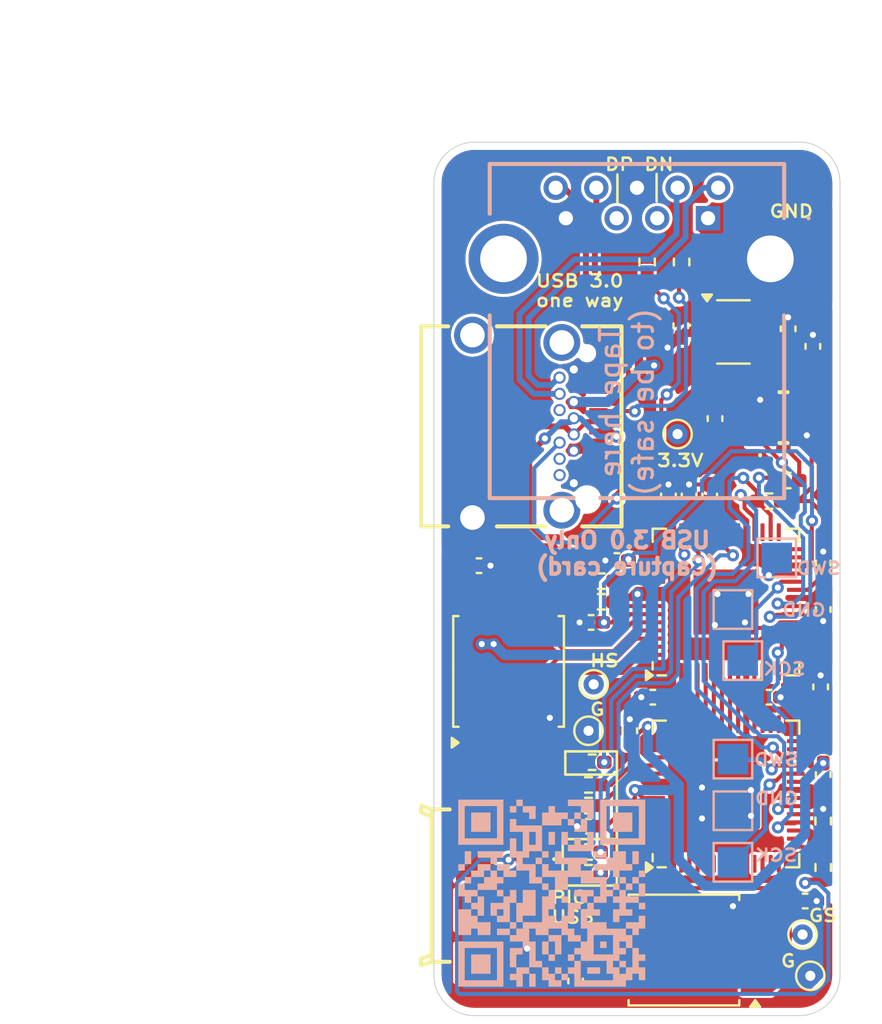
<source format=kicad_pcb>
(kicad_pcb (version 20240108) (generator "pcbnew") (generator_version "8.0")
  (layers (0 "F.Cu" signal) (31 "B.Cu" signal) (34 "B.Paste" user) (35 "F.Paste" user) (36 "B.SilkS" user "B.Silkscreen") (37 "F.SilkS" user "F.Silkscreen") (38 "B.Mask" user) (39 "F.Mask" user) (44 "Edge.Cuts" user))
  (net 0 "")
  (net 1 "GND")
  (net 2 "VBUS")
  (net 3 "Net-(U4-VREG_VOUT)")
  (net 6 "/RP_CLK_OUT")
  (net 7 "Net-(U1-QSPI_SCLK)")
  (net 8 "Net-(U1-QSPI_SD2)")
  (net 9 "Net-(U1-USB_DP)")
  (net 10 "+3.3V")
  (net 12 "Net-(U1-USB_DM)")
  (net 13 "Net-(U1-QSPI_SD1)")
  (net 14 "Net-(U1-QSPI_SD3)")
  (net 15 "Net-(U1-QSPI_SD0)")
  (net 17 "Net-(U4-USB_DP)")
  (net 18 "Net-(U1-VREG_VOUT)")
  (net 19 "Net-(Y1-CRYSTAL_2)")
  (net 20 "Net-(J2-VBUS)")
  (net 21 "/XIN")
  (net 25 "Net-(J1-CC1)")
  (net 27 "Net-(J1-CC2)")
  (net 29 "/USB_P")
  (net 31 "/SWD")
  (net 32 "/SWCLK")
  (net 33 "/XOUT_RP")
  (net 34 "/GUEST_VBUS_EN")
  (net 38 "/USB_N")
  (net 39 "/USB_MIC_N")
  (net 40 "/USB_MIC_P")
  (net 41 "/USB_SSTX_P")
  (net 42 "/USB_SSTX_N")
  (net 43 "/USB_SSRX_N")
  (net 44 "/USB_SSRX_P")
  (net 45 "Net-(U4-USB_DM)")
  (net 46 "Net-(U4-SWCLK)")
  (net 47 "Net-(U4-SWD)")
  (net 48 "Net-(U4-QSPI_SS)")
  (net 49 "Net-(U1-QSPI_SS)")
  (net 52 "/GUEST_WATCHDOG")
  (net 62 "Net-(U4-QSPI_SCLK)")
  (net 64 "Net-(U4-QSPI_SD3)")
  (net 71 "Net-(U4-QSPI_SD0)")
  (net 73 "Net-(U4-QSPI_SD1)")
  (net 74 "Net-(U4-QSPI_SD2)")
  (net 76 "/GTH_D0")
  (net 77 "/HTG_D0")
  (net 78 "/HTG_CLK")
  (net 79 "/HTG_D1")
  (net 80 "/HTD_D2")
  (net 81 "/GTH_CLK")
  (net 82 "/HTG_D3")
  (net 90 "/GUEST_RUN")
  (net 96 "Net-(U1-GPIO27_ADC1)")
  (net 97 "Net-(U1-GPIO28_ADC2)")
  (net 98 "Net-(U1-GPIO29_ADC3)")
  (footprint "Library:ABM8272T3" (layer "F.Cu") (at 104.2162 54.5592)
    (property "Reference" "Y1" (hide yes))
    (property "Value" "ABM8-272-T3" (hide yes))
  )
  (footprint "Capacitor_SMD:C_0402_1005Metric_Pad0.74x0.62mm_HandSolder" (layer "F.Cu") (at 99.1616 50.038 -90)
    (property "Reference" "C4" (hide yes))
    (property "Value" "1u")
  )
  (footprint "Capacitor_SMD:C_0402_1005Metric_Pad0.74x0.62mm_HandSolder" (layer "F.Cu") (at 97.7815 68.326)
    (property "Reference" "C1" (hide yes))
    (property "Value" "1u")
  )
  (footprint "Capacitor_SMD:C_0402_1005Metric_Pad0.74x0.62mm_HandSolder" (layer "F.Cu") (at 106.045 67.818 90)
    (property "Reference" "C12" (hide yes))
    (property "Value" "100n")
  )
  (footprint "Capacitor_SMD:C_0402_1005Metric_Pad0.74x0.62mm_HandSolder" (layer "F.Cu") (at 105.664 51.054 -90)
    (property "Reference" "C2" (hide yes))
    (property "Value" "15p")
  )
  (footprint "TestPoint:TestPoint_THTPad_D1.0mm_Drill0.5mm" (layer "F.Cu") (at 99 55.372)
    (property "Reference" "TP7" (hide yes))
    (property "Value" "TestPoint")
  )
  (footprint "TestPoint:TestPoint_THTPad_D1.0mm_Drill0.5mm" (layer "F.Cu") (at 105.537 82.042)
    (property "Reference" "TP5" (hide yes))
    (property "Value" "TestPoint")
  )
  (footprint "Package_DFN_QFN:QFN-56-1EP_7x7mm_P0.4mm_EP3.2x3.2mm" (layer "F.Cu") (at 101.384 63.6396 90)
    (property "Reference" "U1" (hide yes))
    (property "Value" "RP2040")
  )
  (footprint "Library:101181920001LF" (layer "F.Cu") (at 89.3775 77.6 -90)
    (property "Reference" "J2" (hide yes))
    (property "Value" "USB_B_Micro" (hide yes))
  )
  (footprint "Capacitor_SMD:C_0402_1005Metric_Pad0.74x0.62mm_HandSolder" (layer "F.Cu") (at 103.505 68.326)
    (property "Reference" "C17" (hide yes))
    (property "Value" "1u")
  )
  (footprint "Capacitor_SMD:C_0402_1005Metric_Pad0.74x0.62mm_HandSolder" (layer "F.Cu") (at 106.172 72.136 -90)
    (property "Reference" "C16" (hide yes))
    (property "Value" "100n")
  )
  (footprint "Resistor_SMD:R_0402_1005Metric_Pad0.72x0.64mm_HandSolder" (layer "F.Cu") (at 95.25 62.611)
    (property "Reference" "R5" (hide yes))
    (property "Value" "27.4")
  )
  (footprint "Capacitor_SMD:C_0402_1005Metric_Pad0.74x0.62mm_HandSolder" (layer "F.Cu") (at 99.568 58.42 90)
    (property "Reference" "C10" (hide yes))
    (property "Value" "100n")
  )
  (footprint "Resistor_SMD:R_0402_1005Metric_Pad0.72x0.64mm_HandSolder" (layer "F.Cu") (at 94.615 76.962 180)
    (property "Reference" "R12" (hide yes))
    (property "Value" "1.5k")
  )
  (footprint "Capacitor_SMD:C_0402_1005Metric_Pad0.74x0.62mm_HandSolder" (layer "F.Cu") (at 100.584 58.42 90)
    (property "Reference" "C14" (hide yes))
    (property "Value" "100n")
  )
  (footprint "Resistor_SMD:R_0402_1005Metric_Pad0.72x0.64mm_HandSolder" (layer "F.Cu") (at 103.505 58.674)
    (property "Reference" "R6" (hide yes))
    (property "Value" "10k")
  )
  (footprint "Capacitor_SMD:C_0402_1005Metric_Pad0.74x0.62mm_HandSolder" (layer "F.Cu") (at 100.845 54.61 90)
    (property "Reference" "C3" (hide yes))
    (property "Value" "15p")
  )
  (footprint "TestPoint:TestPoint_THTPad_D1.0mm_Drill0.5mm" (layer "F.Cu") (at 94.869 67.691)
    (property "Reference" "TP12" (hide yes))
    (property "Value" "TestPoint")
  )
  (footprint "Resistor_SMD:R_0402_1005Metric_Pad0.72x0.64mm_HandSolder" (layer "F.Cu") (at 106.172 74.422 -90)
    (property "Reference" "R10" (hide yes))
    (property "Value" "10k")
  )
  (footprint "Resistor_SMD:R_0402_1005Metric_Pad0.72x0.64mm_HandSolder" (layer "F.Cu") (at 99.2 46.9 -90)
    (property "Reference" "R1" (hide yes))
    (property "Value" "5.1k")
  )
  (footprint "Capacitor_SMD:C_0402_1005Metric_Pad0.74x0.62mm_HandSolder" (layer "F.Cu") (at 106.172 61.722 90)
    (property "Reference" "C6" (hide yes))
    (property "Value" "100n")
  )
  (footprint "Package_TO_SOT_SMD:SOT-23-5" (layer "F.Cu") (at 101.7524 50.3428)
    (property "Reference" "U3" (hide yes))
    (property "Value" "MIC5504-3.3YM5")
  )
  (footprint "Resistor_SMD:R_0402_1005Metric_Pad0.72x0.64mm_HandSolder" (layer "F.Cu") (at 95.2415 63.627)
    (property "Reference" "R4" (hide yes))
    (property "Value" "27.4")
  )
  (footprint "Capacitor_SMD:C_0402_1005Metric_Pad0.74x0.62mm_HandSolder" (layer "F.Cu") (at 104.4448 50.1904 90)
    (property "Reference" "C5" (hide yes))
    (property "Value" "1u")
  )
  (footprint "Resistor_SMD:R_0402_1005Metric_Pad0.72x0.64mm_HandSolder" (layer "F.Cu") (at 104.394 57.658 180)
    (property "Reference" "R2" (hide yes))
    (property "Value" "1k")
  )
  (footprint "Capacitor_SMD:C_0402_1005Metric_Pad0.74x0.62mm_HandSolder" (layer "F.Cu") (at 93.98 82.296 90)
    (property "Reference" "C19" (hide yes))
    (property "Value" "100n")
  )
  (footprint "Capacitor_SMD:C_0402_1005Metric_Pad0.74x0.62mm_HandSolder" (layer "F.Cu") (at 96.647 69.977 90)
    (property "Reference" "C18" (hide yes))
    (property "Value" "100n")
  )
  (footprint "Capacitor_SMD:C_0402_1005Metric_Pad0.74x0.62mm_HandSolder" (layer "F.Cu") (at 106.172 64.008 -90)
    (property "Reference" "C15" (hide yes))
    (property "Value" "100n")
  )
  (footprint "Capacitor_SMD:C_0402_1005Metric_Pad0.74x0.62mm_HandSolder" (layer "F.Cu") (at 105.283 78.359)
    (property "Reference" "C13" (hide yes))
    (property "Value" "100n")
  )
  (footprint "Resistor_SMD:R_0402_1005Metric_Pad0.72x0.64mm_HandSolder" (layer "F.Cu") (at 94.615 72.644 180)
    (property "Reference" "R14" (hide yes))
    (property "Value" "27.4")
  )
  (footprint "Resistor_SMD:R_0402_1005Metric_Pad0.72x0.64mm_HandSolder" (layer "F.Cu") (at 94.794 71.5264)
    (property "Reference" "R8" (hide yes))
    (property "Value" "27.4")
  )
  (footprint "Capacitor_SMD:C_0402_1005Metric_Pad0.74x0.62mm_HandSolder" (layer "F.Cu") (at 96.012 61.595 180)
    (property "Reference" "C8" (hide yes))
    (property "Value" "1u")
  )
  (footprint "Resistor_SMD:R_0402_1005Metric_Pad0.72x0.64mm_HandSolder" (layer "F.Cu") (at 97.5 46.9 -90)
    (property "Reference" "R13" (hide yes))
    (property "Value" "5.1k")
  )
  (footprint "Capacitor_SMD:C_0402_1005Metric_Pad0.74x0.62mm_HandSolder" (layer "F.Cu") (at 94.742 64.643 180)
    (property "Reference" "C7" (hide yes))
    (property "Value" "100n")
  )
  (footprint "TestPoint:TestPoint_THTPad_D1.0mm_Drill0.5mm" (layer "F.Cu") (at 94.615 69.977)
    (property "Reference" "TP1" (hide yes))
    (property "Value" "TestPoint")
  )
  (footprint "Package_DFN_QFN:QFN-56-1EP_7x7mm_P0.4mm_EP3.2x3.2mm" (layer "F.Cu") (at 101.384 73.0884 90)
    (property "Reference" "U4" (hide yes))
    (property "Value" "RP2040")
  )
  (footprint "Capacitor_SMD:C_0402_1005Metric_Pad0.74x0.62mm_HandSolder" (layer "F.Cu") (at 98.552 58.42 90)
    (property "Reference" "C9" (hide yes))
    (property "Value" "1u")
  )
  (footprint "Capacitor_SMD:C_0402_1005Metric_Pad0.74x0.62mm_HandSolder" (layer "F.Cu") (at 94.615 74.676 180)
    (property "Reference" "C11" (hide yes))
    (property "Value" "1u")
  )
  (footprint "Package_SO:SOIC-8_5.23x5.23mm_P1.27mm" (layer "F.Cu") (at 99.314 80.772 180)
    (property "Reference" "U5" (hide yes))
    (property "Value" "W25Q128JVS")
  )
  (footprint "Resistor_SMD:R_0402_1005Metric_Pad0.72x0.64mm_HandSolder" (layer "F.Cu") (at 94.615 73.66 180)
    (property "Reference" "R7" (hide yes))
    (property "Value" "27.4")
  )
  (footprint "TestPoint:TestPoint_THTPad_D1.0mm_Drill0.5mm" (layer "F.Cu") (at 105.156 80.01)
    (property "Reference" "TP6" (hide yes))
    (property "Value" "TestPoint")
  )
  (footprint "Capacitor_SMD:C_0402_1005Metric_Pad0.74x0.62mm_HandSolder" (layer "F.Cu") (at 89.2215 61.849)
    (property "Reference" "C20" (hide yes))
    (property "Value" "100n")
  )
  (footprint "Package_SO:SOIC-8_5.23x5.23mm_P1.27mm" (layer "F.Cu") (at 90.678 67.056 90)
    (property "Reference" "U2" (hide yes))
    (property "Value" "W25Q128JVS")
  )
  (footprint "Resistor_SMD:R_0402_1005Metric_Pad0.72x0.64mm_HandSolder" (layer "F.Cu") (at 106.172 76.708 -90)
    (property "Reference" "R11" (hide yes))
    (property "Value" "5.1k")
  )
  (footprint "Library:USB405603A" (layer "F.Cu") (at 88.9 54.991 -90)
    (property "Reference" "J1" (hide yes))
    (property "Value" "USB_C_Receptacle" (hide yes))
  )
  (footprint "Resistor_SMD:R_0402_1005Metric_Pad0.72x0.64mm_HandSolder" (layer "F.Cu") (at 94.615 75.946 180)
    (property "Reference" "R9" (hide yes))
    (property "Value" "27.4")
  )
  (footprint "TestPoint:TestPoint_Pad_1.5x1.5mm" (layer "B.Cu") (at 101.727 73.914 180)
    (property "Reference" "TP3" (hide yes))
    (property "Value" "TestPoint")
  )
  (footprint "TestPoint:TestPoint_Pad_1.5x1.5mm" (layer "B.Cu") (at 101.727 76.454 180)
    (property "Reference" "TP2" (hide yes))
    (property "Value" "TestPoint")
  )
  (footprint "TestPoint:TestPoint_Pad_1.5x1.5mm" (layer "B.Cu") (at 101.727 71.374 180)
    (property "Reference" "TP4" (hide yes))
    (property "Value" "TestPoint")
  )
  (footprint "TestPoint:TestPoint_Pad_1.5x1.5mm" (layer "B.Cu") (at 102.2096 66.5226 180)
    (property "Reference" "TP11" (hide yes))
    (property "Value" "TestPoint")
  )
  (footprint "TestPoint:TestPoint_Pad_1.5x1.5mm" (layer "B.Cu") (at 101.727 64.008 180)
    (property "Reference" "TP10" (hide yes))
    (property "Value" "TestPoint")
  )
  (footprint "TestPoint:TestPoint_Pad_1.5x1.5mm" (layer "B.Cu") (at 103.886 61.468 180)
    (property "Reference" "TP9" (hide yes))
    (property "Value" "TestPoint")
  )
  (footprint "Library:USBA3SRA" (layer "B.Cu") (at 100.5 44.745 180)
    (property "Reference" "J3" (hide yes))
    (property "Value" "USB3_A" (hide yes))
  )
  (gr_poly (pts (xy 92.6465 80.9879) (xy 92.329 80.9879) (xy 92.329 80.352899) (xy 92.6465 80.352899)) (stroke (width -0.000001)) (fill solid) (layer "B.SilkS"))
  (gr_poly (pts (xy 92.964 75.5904) (xy 92.6465 75.5904) (xy 92.6465 74.9554) (xy 92.964 74.9554)) (stroke (width -0.000001)) (fill solid) (layer "B.SilkS"))
  (gr_poly (pts (xy 97.091499 76.5429) (xy 96.773999 76.5429) (xy 96.773999 75.9079) (xy 97.091499 75.9079)) (stroke (width -0.000001)) (fill solid) (layer "B.SilkS"))
  (gr_poly (pts (xy 96.4565 78.1304) (xy 97.091499 78.1304) (xy 97.091499 78.4479) (xy 96.4565 78.4479) (xy 96.4565 78.765399) (xy 96.773999 78.765399) (xy 96.773999 79.082899) (xy 96.138999 79.082899) (xy 96.138999 79.400399) (xy 95.8215 79.400399) (xy 95.8215 78.765399) (xy 96.138999 78.765399) (xy 96.138999 78.4479) (xy 95.8215 78.4479) (xy 95.8215 78.1304) (xy 96.138999 78.1304) (xy 96.138999 77.8129) (xy 96.4565 77.8129)) (stroke (width -0.000001)) (fill solid) (layer "B.SilkS"))
  (gr_poly (pts (xy 91.059 74.6379) (xy 92.329 74.6379) (xy 92.329 75.9079) (xy 91.694 75.9079) (xy 91.694 76.2254) (xy 91.3765 76.2254) (xy 91.3765 76.5429) (xy 92.0115 76.5429) (xy 92.0115 77.1779) (xy 92.329 77.1779) (xy 92.329 76.5429) (xy 92.6465 76.5429) (xy 92.6465 76.8604) (xy 93.598999 76.8604) (xy 93.598999 76.5429) (xy 92.964 76.5429) (xy 92.964 75.9079) (xy 93.2815 75.9079) (xy 93.2815 76.2254) (xy 94.551499 76.2254) (xy 94.551499 76.5429) (xy 94.233999 76.5429) (xy 94.233999 76.8604) (xy 94.869 76.8604) (xy 94.869 76.5429) (xy 95.503999 76.5429) (xy 95.503999 76.2254) (xy 95.8215 76.2254) (xy 95.8215 75.9079) (xy 96.4565 75.9079) (xy 96.4565 76.5429) (xy 96.773999 76.5429) (xy 96.773999 76.8604) (xy 96.138999 76.8604) (xy 96.138999 77.1779) (xy 95.8215 77.1779) (xy 95.8215 76.8604) (xy 94.869 76.8604) (xy 94.869 77.1779) (xy 95.503999 77.1779) (xy 95.503999 77.8129) (xy 95.8215 77.8129) (xy 95.8215 78.1304) (xy 95.503999 78.1304) (xy 95.503999 78.4479) (xy 94.869 78.4479) (xy 94.869 78.1304) (xy 95.186499 78.1304) (xy 95.186499 77.4954) (xy 94.233999 77.4954) (xy 94.233999 77.1779) (xy 93.598999 77.1779) (xy 93.598999 77.8129) (xy 92.964 77.8129) (xy 92.964 77.1779) (xy 92.329 77.1779) (xy 92.329 77.4954) (xy 91.694 77.4954) (xy 91.694 76.8604) (xy 91.059 76.8604) (xy 91.059 77.1779) (xy 90.424 77.1779) (xy 90.424 76.8604) (xy 90.1065 76.8604) (xy 90.1065 76.5429) (xy 90.7415 76.5429) (xy 90.7415 76.8604) (xy 91.059 76.8604) (xy 91.059 76.2254) (xy 90.7415 76.2254) (xy 90.7415 75.2729) (xy 91.059 75.2729) (xy 91.059 75.9079) (xy 91.3765 75.9079) (xy 91.3765 75.5904) (xy 91.694 75.5904) (xy 92.0115 75.5904) (xy 92.0115 74.9554) (xy 91.694 74.9554) (xy 91.694 75.5904) (xy 91.3765 75.5904) (xy 91.3765 74.9554) (xy 90.7415 74.9554) (xy 90.7415 74.3204) (xy 91.059 74.3204)) (stroke (width -0.000001)) (fill solid) (layer "B.SilkS"))
  (gr_poly (pts (xy 94.869 75.9079) (xy 93.598999 75.9079) (xy 93.598999 75.5904) (xy 93.916499 75.5904) (xy 93.916499 75.2729) (xy 94.233999 75.2729) (xy 94.233999 75.5904) (xy 94.551499 75.5904) (xy 94.551499 74.9554) (xy 94.869 74.9554)) (stroke (width -0.000001)) (fill solid) (layer "B.SilkS"))
  (gr_poly (pts (xy 91.059 74.0029) (xy 90.7415 74.0029) (xy 90.7415 73.6854) (xy 91.059 73.6854)) (stroke (width -0.000001)) (fill solid) (layer "B.SilkS"))
  (gr_poly (pts (xy 94.869 78.1304) (xy 94.551499 78.1304) (xy 94.551499 78.4479) (xy 94.233999 78.4479) (xy 94.233999 78.1304) (xy 93.916499 78.1304) (xy 93.916499 77.8129) (xy 94.869 77.8129)) (stroke (width -0.000001)) (fill solid) (layer "B.SilkS"))
  (gr_poly (pts (xy 91.694 81.940399) (xy 91.3765 81.940399) (xy 91.3765 82.575399) (xy 91.059 82.575399) (xy 91.059 82.257899) (xy 90.7415 82.257899) (xy 90.7415 81.940399) (xy 91.059 81.940399) (xy 91.059 81.6229) (xy 91.694 81.6229)) (stroke (width -0.000001)) (fill solid) (layer "B.SilkS"))
  (gr_poly (pts (xy 92.6465 77.8129) (xy 92.329 77.8129) (xy 92.329 77.4954) (xy 92.6465 77.4954)) (stroke (width -0.000001)) (fill solid) (layer "B.SilkS"))
  (gr_poly (pts (xy 91.059 79.717899) (xy 90.7415 79.717899) (xy 90.7415 79.400399) (xy 91.059 79.400399)) (stroke (width -0.000001)) (fill solid) (layer "B.SilkS"))
  (gr_poly (pts (xy 93.2815 80.9879) (xy 92.964 80.9879) (xy 92.964 80.352899) (xy 92.6465 80.352899) (xy 92.6465 80.0354) (xy 93.2815 80.0354)) (stroke (width -0.000001)) (fill solid) (layer "B.SilkS"))
  (gr_poly (pts (xy 92.964 78.765399) (xy 92.6465 78.765399) (xy 92.6465 79.082899) (xy 92.964 79.082899) (xy 92.964 79.400399) (xy 93.2815 79.400399) (xy 93.2815 79.082899) (xy 93.598999 79.082899) (xy 93.598999 78.4479) (xy 94.233999 78.4479) (xy 94.233999 78.765399) (xy 93.916499 78.765399) (xy 93.916499 79.400399) (xy 93.598999 79.400399) (xy 93.598999 79.717899) (xy 93.916499 79.717899) (xy 93.916499 80.0354) (xy 94.233999 80.0354) (xy 94.233999 80.352899) (xy 93.598999 80.352899) (xy 93.598999 80.0354) (xy 93.2815 80.0354) (xy 93.2815 79.717899) (xy 92.6465 79.717899) (xy 92.6465 80.0354) (xy 92.0115 80.0354) (xy 92.0115 79.717899) (xy 91.694 79.717899) (xy 91.694 80.352899) (xy 92.0115 80.352899) (xy 92.0115 81.305399) (xy 92.329 81.305399) (xy 92.329 81.6229) (xy 91.694 81.6229) (xy 91.694 80.670399) (xy 91.3765 80.670399) (xy 91.3765 80.352899) (xy 90.7415 80.352899) (xy 90.7415 80.0354) (xy 91.059 80.0354) (xy 91.059 79.717899) (xy 91.3765 79.717899) (xy 91.3765 79.400399) (xy 92.329 79.400399) (xy 92.329 78.1304) (xy 92.6465 78.1304) (xy 92.6465 77.8129) (xy 92.964 77.8129)) (stroke (width -0.000001)) (fill solid) (layer "B.SilkS"))
  (gr_poly (pts (xy 88.8365 76.5429) (xy 88.519 76.5429) (xy 88.519 75.9079) (xy 88.8365 75.9079)) (stroke (width -0.000001)) (fill solid) (layer "B.SilkS"))
  (gr_poly (pts (xy 92.329 76.5429) (xy 92.0115 76.5429) (xy 92.0115 76.2254) (xy 92.329 76.2254)) (stroke (width -0.000001)) (fill solid) (layer "B.SilkS"))
  (gr_poly (pts (xy 90.424 82.575399) (xy 88.2015 82.575399) (xy 88.2015 82.257899) (xy 88.519 82.257899) (xy 90.1065 82.257899) (xy 90.1065 80.670399) (xy 88.519 80.670399) (xy 88.519 82.257899) (xy 88.2015 82.257899) (xy 88.2015 80.352899) (xy 90.424 80.352899)) (stroke (width -0.000001)) (fill solid) (layer "B.SilkS"))
  (gr_poly (pts (xy 93.598999 75.5904) (xy 93.2815 75.5904) (xy 93.2815 74.9554) (xy 93.598999 74.9554)) (stroke (width -0.000001)) (fill solid) (layer "B.SilkS"))
  (gr_poly (pts (xy 90.7415 80.0354) (xy 90.1065 80.0354) (xy 90.1065 79.717899) (xy 90.7415 79.717899)) (stroke (width -0.000001)) (fill solid) (layer "B.SilkS"))
  (gr_poly (pts (xy 96.4565 81.6229) (xy 96.138999 81.6229) (xy 96.138999 81.305399) (xy 96.4565 81.305399)) (stroke (width -0.000001)) (fill solid) (layer "B.SilkS"))
  (gr_poly (pts (xy 90.424 78.1304) (xy 90.1065 78.1304) (xy 90.1065 77.8129) (xy 90.424 77.8129)) (stroke (width -0.000001)) (fill solid) (layer "B.SilkS"))
  (gr_poly (pts (xy 93.598999 82.257899) (xy 93.2815 82.257899) (xy 93.2815 81.940399) (xy 93.598999 81.940399)) (stroke (width -0.000001)) (fill solid) (layer "B.SilkS"))
  (gr_poly (pts (xy 89.4715 79.082899) (xy 89.154 79.082899) (xy 89.154 78.765399) (xy 88.8365 78.765399) (xy 88.8365 78.4479) (xy 89.154 78.4479) (xy 89.154 78.1304) (xy 89.4715 78.1304)) (stroke (width -0.000001)) (fill solid) (layer "B.SilkS"))
  (gr_poly (pts (xy 93.916499 74.6379) (xy 93.598999 74.6379) (xy 93.598999 74.3204) (xy 93.916499 74.3204)) (stroke (width -0.000001)) (fill solid) (layer "B.SilkS"))
  (gr_poly (pts (xy 94.551499 74.9554) (xy 93.916499 74.9554) (xy 93.916499 74.6379) (xy 94.233999 74.6379) (xy 94.233999 74.3204) (xy 94.551499 74.3204)) (stroke (width -0.000001)) (fill solid) (layer "B.SilkS"))
  (gr_poly (pts (xy 94.869 78.765399) (xy 95.186499 78.765399) (xy 95.186499 79.082899) (xy 94.551499 79.082899) (xy 94.551499 79.400399) (xy 95.503999 79.400399) (xy 95.503999 79.717899) (xy 96.4565 79.717899) (xy 96.4565 79.400399) (xy 97.091499 79.400399) (xy 97.091499 79.082899) (xy 97.408999 79.082899) (xy 97.408999 79.717899) (xy 97.091499 79.717899) (xy 97.091499 80.0354) (xy 96.773999 80.0354) (xy 96.773999 79.717899) (xy 96.4565 79.717899) (xy 96.4565 80.0354) (xy 96.773999 80.0354) (xy 96.773999 80.670399) (xy 96.4565 80.670399) (xy 96.4565 80.9879) (xy 96.138999 80.9879) (xy 96.138999 81.305399) (xy 95.8215 81.305399) (xy 95.8215 81.6229) (xy 96.138999 81.6229) (xy 96.138999 81.940399) (xy 96.4565 81.940399) (xy 96.4565 81.6229) (xy 96.773999 81.6229) (xy 96.773999 80.670399) (xy 97.091499 80.670399) (xy 97.091499 80.9879) (xy 97.408999 80.9879) (xy 97.408999 81.305399) (xy 97.091499 81.305399) (xy 97.091499 81.6229) (xy 97.408999 81.6229) (xy 97.408999 82.257899) (xy 97.091499 82.257899) (xy 97.091499 81.940399) (xy 96.773999 81.940399) (xy 96.773999 82.257899) (xy 96.4565 82.257899) (xy 96.4565 82.575399) (xy 93.916499 82.575399) (xy 93.916499 82.257899) (xy 94.233999 82.257899) (xy 95.8215 82.257899) (xy 95.8215 81.940399) (xy 95.503999 81.940399) (xy 95.503999 81.305399) (xy 94.233999 81.305399) (xy 94.233999 82.257899) (xy 93.916499 82.257899) (xy 93.916499 81.940399) (xy 93.598999 81.940399) (xy 93.598999 81.6229) (xy 93.916499 81.6229) (xy 93.916499 81.305399) (xy 94.233999 81.305399) (xy 94.233999 80.9879) (xy 94.869 80.9879) (xy 95.8215 80.9879) (xy 95.8215 80.670399) (xy 96.138999 80.670399) (xy 96.4565 80.670399) (xy 96.4565 80.352899) (xy 96.138999 80.352899) (xy 96.138999 80.670399) (xy 95.8215 80.670399) (xy 95.8215 80.0354) (xy 94.869 80.0354) (xy 94.869 80.9879) (xy 94.233999 80.9879) (xy 93.916499 80.9879) (xy 93.916499 80.670399) (xy 94.233999 80.670399) (xy 94.233999 80.352899) (xy 94.551499 80.352899) (xy 94.551499 79.717899) (xy 94.233999 79.717899) (xy 94.233999 78.765399) (xy 94.551499 78.765399) (xy 94.551499 78.4479) (xy 94.869 78.4479)) (stroke (width -0.000001)) (fill solid) (layer "B.SilkS"))
  (gr_poly (pts (xy 94.869 74.3204) (xy 94.551499 74.3204) (xy 94.551499 74.0029) (xy 94.233999 74.0029) (xy 94.233999 73.6854) (xy 93.598999 73.6854) (xy 93.598999 73.3679) (xy 94.869 73.3679)) (stroke (width -0.000001)) (fill solid) (layer "B.SilkS"))
  (gr_poly (pts (xy 94.233999 74.3204) (xy 93.916499 74.3204) (xy 93.916499 74.0029) (xy 94.233999 74.0029)) (stroke (width -0.000001)) (fill solid) (layer "B.SilkS"))
  (gr_poly (pts (xy 92.0115 79.082899) (xy 91.3765 79.082899) (xy 91.3765 79.400399) (xy 91.059 79.400399) (xy 91.059 78.4479) (xy 91.3765 78.4479) (xy 91.3765 77.8129) (xy 92.0115 77.8129)) (stroke (width -0.000001)) (fill solid) (layer "B.SilkS"))
  (gr_poly (pts (xy 95.503999 80.670399) (xy 95.186499 80.670399) (xy 95.186499 80.352899) (xy 95.503999 80.352899)) (stroke (width -0.000001)) (fill solid) (layer "B.SilkS"))
  (gr_poly (pts (xy 95.503999 76.2254) (xy 94.869 76.2254) (xy 94.869 75.9079) (xy 95.503999 75.9079)) (stroke (width -0.000001)) (fill solid) (layer "B.SilkS"))
  (gr_poly (pts (xy 91.3765 80.9879) (xy 91.059 80.9879) (xy 91.059 81.6229) (xy 90.7415 81.6229) (xy 90.7415 80.670399) (xy 91.3765 80.670399)) (stroke (width -0.000001)) (fill solid) (layer "B.SilkS"))
  (gr_poly (pts (xy 89.789 74.9554) (xy 88.8365 74.9554) (xy 88.8365 74.0029) (xy 89.789 74.0029)) (stroke (width -0.000001)) (fill solid) (layer "B.SilkS"))
  (gr_poly (pts (xy 97.408999 77.1779) (xy 97.091499 77.1779) (xy 97.091499 76.8604) (xy 97.408999 76.8604)) (stroke (width -0.000001)) (fill solid) (layer "B.SilkS"))
  (gr_poly (pts (xy 88.519 77.8129) (xy 89.154 77.8129) (xy 89.154 78.1304) (xy 88.8365 78.1304) (xy 88.8365 78.4479) (xy 88.519 78.4479) (xy 88.519 78.1304) (xy 88.2015 78.1304) (xy 88.2015 77.4954) (xy 88.519 77.4954)) (stroke (width -0.000001)) (fill solid) (layer "B.SilkS"))
  (gr_poly (pts (xy 91.3765 73.6854) (xy 91.059 73.6854) (xy 91.059 73.3679) (xy 91.3765 73.3679)) (stroke (width -0.000001)) (fill solid) (layer "B.SilkS"))
  (gr_poly (pts (xy 97.408999 75.5904) (xy 95.186499 75.5904) (xy 95.186499 75.2729) (xy 95.503999 75.2729) (xy 97.091499 75.2729) (xy 97.091499 73.6854) (xy 95.503999 73.6854) (xy 95.503999 75.2729) (xy 95.186499 75.2729) (xy 95.186499 73.3679) (xy 97.408999 73.3679)) (stroke (width -0.000001)) (fill solid) (layer "B.SilkS"))
  (gr_poly (pts (xy 91.059 78.4479) (xy 90.7415 78.4479) (xy 90.7415 79.400399) (xy 90.1065 79.400399) (xy 90.1065 79.082899) (xy 90.424 79.082899) (xy 90.424 78.765399) (xy 90.1065 78.765399) (xy 90.1065 79.082899) (xy 89.789 79.082899) (xy 89.789 78.4479) (xy 90.424 78.4479) (xy 90.424 78.1304) (xy 90.7415 78.1304) (xy 90.7415 77.8129) (xy 91.059 77.8129)) (stroke (width -0.000001)) (fill solid) (layer "B.SilkS"))
  (gr_poly (pts (xy 88.8365 79.082899) (xy 89.154 79.082899) (xy 89.154 79.400399) (xy 89.789 79.400399) (xy 89.789 80.0354) (xy 89.154 80.0354) (xy 89.154 79.717899) (xy 88.8365 79.717899) (xy 88.8365 80.0354) (xy 88.2015 80.0354) (xy 88.2015 78.765399) (xy 88.8365 78.765399)) (stroke (width -0.000001)) (fill solid) (layer "B.SilkS"))
  (gr_poly (pts (xy 96.773999 74.9554) (xy 95.8215 74.9554) (xy 95.8215 74.0029) (xy 96.773999 74.0029)) (stroke (width -0.000001)) (fill solid) (layer "B.SilkS"))
  (gr_poly (pts (xy 92.6465 76.2254) (xy 92.329 76.2254) (xy 92.329 75.9079) (xy 92.6465 75.9079)) (stroke (width -0.000001)) (fill solid) (layer "B.SilkS"))
  (gr_poly (pts (xy 92.0115 74.3204) (xy 91.694 74.3204) (xy 91.694 74.0029) (xy 91.3765 74.0029) (xy 91.3765 73.6854) (xy 92.0115 73.6854)) (stroke (width -0.000001)) (fill solid) (layer "B.SilkS"))
  (gr_poly (pts (xy 92.6465 81.940399) (xy 92.964 81.940399) (xy 92.964 82.257899) (xy 93.2815 82.257899) (xy 93.2815 82.575399) (xy 92.6465 82.575399) (xy 92.6465 82.257899) (xy 92.329 82.257899) (xy 92.329 81.6229) (xy 92.6465 81.6229)) (stroke (width -0.000001)) (fill solid) (layer "B.SilkS"))
  (gr_poly (pts (xy 97.091499 77.4954) (xy 96.773999 77.4954) (xy 96.773999 77.1779) (xy 97.091499 77.1779)) (stroke (width -0.000001)) (fill solid) (layer "B.SilkS"))
  (gr_poly (pts (xy 93.916499 81.305399) (xy 93.598999 81.305399) (xy 93.598999 80.9879) (xy 93.916499 80.9879)) (stroke (width -0.000001)) (fill solid) (layer "B.SilkS"))
  (gr_poly (pts (xy 96.138999 77.8129) (xy 95.8215 77.8129) (xy 95.8215 77.4954) (xy 96.138999 77.4954)) (stroke (width -0.000001)) (fill solid) (layer "B.SilkS"))
  (gr_poly (pts (xy 95.186499 81.940399) (xy 94.551499 81.940399) (xy 94.551499 81.6229) (xy 95.186499 81.6229)) (stroke (width -0.000001)) (fill solid) (layer "B.SilkS"))
  (gr_poly (pts (xy 93.598999 78.4479) (xy 93.2815 78.4479) (xy 93.2815 78.1304) (xy 93.598999 78.1304)) (stroke (width -0.000001)) (fill solid) (layer "B.SilkS"))
  (gr_poly (pts (xy 96.773999 77.8129) (xy 96.4565 77.8129) (xy 96.4565 77.4954) (xy 96.773999 77.4954)) (stroke (width -0.000001)) (fill solid) (layer "B.SilkS"))
  (gr_poly (pts (xy 97.408999 78.765399) (xy 97.091499 78.765399) (xy 97.091499 78.4479) (xy 97.408999 78.4479)) (stroke (width -0.000001)) (fill solid) (layer "B.SilkS"))
  (gr_poly (pts (xy 88.519 76.8604) (xy 88.2015 76.8604) (xy 88.2015 76.5429) (xy 88.519 76.5429)) (stroke (width -0.000001)) (fill solid) (layer "B.SilkS"))
  (gr_poly (pts (xy 88.8365 77.4954) (xy 88.519 77.4954) (xy 88.519 77.1779) (xy 88.8365 77.1779)) (stroke (width -0.000001)) (fill solid) (layer "B.SilkS"))
  (gr_poly (pts (xy 90.1065 77.1779) (xy 90.424 77.1779) (xy 90.424 77.4954) (xy 90.1065 77.4954) (xy 90.1065 77.8129) (xy 89.154 77.8129) (xy 89.154 77.4954) (xy 89.4715 77.4954) (xy 89.4715 77.1779) (xy 89.789 77.1779) (xy 89.789 76.8604) (xy 90.1065 76.8604)) (stroke (width -0.000001)) (fill solid) (layer "B.SilkS"))
  (gr_poly (pts (xy 92.0115 82.575399) (xy 91.694 82.575399) (xy 91.694 81.940399) (xy 92.0115 81.940399)) (stroke (width -0.000001)) (fill solid) (layer "B.SilkS"))
  (gr_poly (pts (xy 89.789 76.8604) (xy 89.4715 76.8604) (xy 89.4715 77.1779) (xy 88.8365 77.1779) (xy 88.8365 76.8604) (xy 89.154 76.8604) (xy 89.154 76.5429) (xy 89.789 76.5429)) (stroke (width -0.000001)) (fill solid) (layer "B.SilkS"))
  (gr_poly (pts (xy 92.964 74.0029) (xy 93.598999 74.0029) (xy 93.598999 74.3204) (xy 93.2815 74.3204) (xy 93.2815 74.6379) (xy 92.329 74.6379) (xy 92.329 74.0029) (xy 92.6465 74.0029) (xy 92.6465 73.6854) (xy 92.964 73.6854)) (stroke (width -0.000001)) (fill solid) (layer "B.SilkS"))
  (gr_poly (pts (xy 92.964 81.305399) (xy 92.6465 81.305399) (xy 92.6465 80.9879) (xy 92.964 80.9879)) (stroke (width -0.000001)) (fill solid) (layer "B.SilkS"))
  (gr_poly (pts (xy 97.408999 78.1304) (xy 97.091499 78.1304) (xy 97.091499 77.4954) (xy 97.408999 77.4954)) (stroke (width -0.000001)) (fill solid) (layer "B.SilkS"))
  (gr_poly (pts (xy 90.424 75.5904) (xy 88.2015 75.5904) (xy 88.2015 75.2729) (xy 88.519 75.2729) (xy 90.1065 75.2729) (xy 90.1065 73.6854) (xy 88.519 73.6854) (xy 88.519 75.2729) (xy 88.2015 75.2729) (xy 88.2015 73.3679) (xy 90.424 73.3679)) (stroke (width -0.000001)) (fill solid) (layer "B.SilkS"))
  (gr_poly (pts (xy 89.789 81.940399) (xy 88.8365 81.940399) (xy 88.8365 80.9879) (xy 89.789 80.9879)) (stroke (width -0.000001)) (fill solid) (layer "B.SilkS"))
  (gr_poly (pts (xy 93.2815 81.940399) (xy 92.964 81.940399) (xy 92.964 81.6229) (xy 93.2815 81.6229)) (stroke (width -0.000001)) (fill solid) (layer "B.SilkS"))
  (gr_poly (pts (xy 96.4565 77.4954) (xy 96.138999 77.4954) (xy 96.138999 77.1779) (xy 96.4565 77.1779)) (stroke (width -0.000001)) (fill solid) (layer "B.SilkS"))
  (gr_poly (pts (xy 90.424 76.2254) (xy 90.1065 76.2254) (xy 90.1065 76.5429) (xy 89.789 76.5429) (xy 89.789 76.2254) (xy 89.154 76.2254) (xy 89.154 75.9079) (xy 90.424 75.9079)) (stroke (width -0.000001)) (fill solid) (layer "B.SilkS"))
  (gr_line (start 96.0374 43.9674) (end 96.0374 42.5958) (stroke (width 0.127)) (layer "F.SilkS"))
  (gr_line (start 96.012 72.009) (end 96.012 75.565) (stroke (width 0.127)) (layer "F.SilkS"))
  (gr_rect (start 93.345 75.311) (end 96.012 77.597) (stroke (width 0.127)) (fill none) (layer "F.SilkS"))
  (gr_line (start 97.9678 43.9166) (end 97.9678 42.5704) (stroke (width 0.127)) (layer "F.SilkS"))
  (gr_rect (start 93.472 70.993) (end 96.012 72.136) (stroke (width 0.127)) (fill none) (layer "F.SilkS"))
  (gr_arc (start 107 82) (mid 106.414214 83.414214) (end 105 84) (stroke (width 0.05)) (layer "Edge.Cuts"))
  (gr_line (start 89 84) (end 105 84) (stroke (width 0.05)) (layer "Edge.Cuts"))
  (gr_arc (start 89 84) (mid 87.585786 83.414214) (end 87 82) (stroke (width 0.05)) (layer "Edge.Cuts"))
  (gr_line (start 107 82) (end 107 43) (stroke (width 0.05)) (layer "Edge.Cuts"))
  (gr_line (start 105 41) (end 89 41) (stroke (width 0.05)) (layer "Edge.Cuts"))
  (gr_arc (start 105 41) (mid 106.414214 41.585786) (end 107 43) (stroke (width 0.05)) (layer "Edge.Cuts"))
  (gr_arc (start 87 43) (mid 87.585786 41.585786) (end 89 41) (stroke (width 0.05)) (layer "Edge.Cuts"))
  (gr_line (start 87 43) (end 87 82) (stroke (width 0.05)) (layer "Edge.Cuts"))
  (gr_text "Tape here\n(to be safe)" (at 97.8916 53.7972 90) (layer "B.SilkS") (effects (font (size 1 1) (thickness 0.154)) (justify bottom mirror)))
  (gr_text "SCK\n" (at 105.3846 67.2846 0) (layer "B.SilkS") (effects (font (size 0.6 0.7) (thickness 0.127) (bold yes)) (justify left bottom mirror)))
  (gr_text "SWD" (at 105.029 71.755 0) (layer "B.SilkS") (effects (font (size 0.6 0.7) (thickness 0.127) (bold yes)) (justify left bottom mirror)))
  (gr_text "USB 3.0 Only\n(Capture card)\n" (at 96.52 62.357 0) (layer "B.SilkS") (effects (font (size 0.8 0.8) (thickness 0.2) (bold yes)) (justify bottom mirror)))
  (gr_text "SWD" (at 107.1118 62.3316 0) (layer "B.SilkS") (effects (font (size 0.6 0.7) (thickness 0.127) (bold yes)) (justify left bottom mirror)))
  (gr_text "SCK\n" (at 104.9782 76.454 0) (layer "B.SilkS") (effects (font (size 0.6 0.7) (thickness 0.127) (bold yes)) (justify left bottom mirror)))
  (gr_text "GND\n" (at 105.029 73.66 0) (layer "B.SilkS") (effects (font (size 0.6 0.7) (thickness 0.127) (bold yes)) (justify left bottom mirror)))
  (gr_text "GND\n" (at 106.3752 64.389 0) (layer "B.SilkS") (effects (font (size 0.6 0.7) (thickness 0.127) (bold yes)) (justify left bottom mirror)))
  (gr_text "PIO\nUSB\n" (at 92.71 79.502 0) (layer "F.SilkS") (effects (font (size 0.6 0.7) (thickness 0.127) (bold yes)) (justify left bottom)))
  (gr_text "HS" (at 94.615 66.8782 0) (layer "F.SilkS") (effects (font (size 0.6 0.7) (thickness 0.127) (bold yes)) (justify left bottom)))
  (gr_text "G" (at 104.013 81.661 0) (layer "F.SilkS") (effects (font (size 0.6 0.7) (thickness 0.127) (bold yes)) (justify left bottom)))
  (gr_text "G" (at 94.615 69.277 0) (layer "F.SilkS") (effects (font (size 0.6 0.7) (thickness 0.127) (bold yes)) (justify left bottom)))
  (gr_text "DP" (at 95.3516 42.4434 0) (layer "F.SilkS") (effects (font (size 0.6 0.7) (thickness 0.127) (bold yes)) (justify left bottom)))
  (gr_text "USB 3.0\none way" (at 91.948 49.149 0) (layer "F.SilkS") (effects (font (size 0.6 0.7) (thickness 0.127) (bold yes)) (justify left bottom)))
  (gr_text "GS" (at 105.3846 79.4258 0) (layer "F.SilkS") (effects (font (size 0.6 0.7) (thickness 0.127) (bold yes)) (justify left bottom)))
  (gr_text "3.3V" (at 97.917 57.023 0) (layer "F.SilkS") (effects (font (size 0.6 0.7) (thickness 0.127) (bold yes)) (justify left bottom)))
  (gr_text "GND\n" (at 103.4542 44.7548 0) (layer "F.SilkS") (effects (font (size 0.6 0.7) (thickness 0.127) (bold yes)) (justify left bottom)))
  (gr_text "DN" (at 97.282 42.4434 0) (layer "F.SilkS") (effects (font (size 0.6 0.7) (thickness 0.127) (bold yes)) (justify left bottom)))
  (segment (start 105.537 58.674) (end 106.172 59.309) (width 0.2) (layer "F.Cu") (net 1))
  (segment (start 104.14 58.674) (end 105.537 58.674) (width 0.2) (layer "F.Cu") (net 1))
  (segment (start 96.639917 53.078917) (end 96.109234 53.6096) (width 0.2) (layer "F.Cu") (net 1))
  (segment (start 100.845 54.0425) (end 102.7079 54.0425) (width 0.2) (layer "F.Cu") (net 1))
  (segment (start 95.1 57.741) (end 93.94 57.741) (width 0.2) (layer "F.Cu") (net 1))
  (segment (start 98.552 57.8525) (end 100.584 57.8525) (width 0.2) (layer "F.Cu") (net 1))
  (segment (start 91.5875 80.7) (end 92.9515 80.7) (width 0.2) (layer "F.Cu") (net 1))
  (segment (start 91.7125 78.9) (end 91.7125 80.575) (width 0.2) (layer "F.Cu") (net 1))
  (segment (start 95.325717 48.476883) (end 96.449417 49.600583) (width 0.2) (layer "F.Cu") (net 1))
  (segment (start 96.99792 50.149086) (end 96.99792 52.720914) (width 0.2) (layer "F.Cu") (net 1))
  (segment (start 103.773437 64.917196) (end 102.591796 64.917196) (width 0.2) (layer "F.Cu") (net 1))
  (segment (start 102.108 78.867) (end 102.914 78.867) (width 0.2) (layer "F.Cu") (net 1))
  (segment (start 97 45.8025) (end 95.5865 45.8025) (width 0.2) (layer "F.Cu") (net 1))
  (segment (start 101.727 78.613) (end 101.854 78.613) (width 0.2) (layer "F.Cu") (net 1))
  (segment (start 92.71 69.342) (end 92.71 70.529) (width 0.2) (layer "F.Cu") (net 1))
  (segment (start 95.1 52.241) (end 95.714 52.241) (width 0.2) (layer "F.Cu") (net 1))
  (segment (start 99.2 46.3025) (end 97.5 46.3025) (width 0.2) (layer "F.Cu") (net 1))
  (segment (start 93.98 45.339) (end 93.5 44.859) (width 0.2) (layer "F.Cu") (net 1))
  (segment (start 89.789 60.37) (end 88.9 59.481) (width 0.2) (layer "F.Cu") (net 1))
  (segment (start 94.088518 48.660134) (end 94.088518 45.701518) (width 0.2) (layer "F.Cu") (net 1))
  (segment (start 105.6014 55.6694) (end 105.6014 57.993256) (width 0.2) (layer "F.Cu") (net 1))
  (segment (start 98.5076 51.114684) (end 99.016784 50.6055) (width 0.5) (layer "F.Cu") (net 1))
  (segment (start 95.76072 50.661554) (end 94.088517 48.989351) (width 0.2) (layer "F.Cu") (net 1))
  (segment (start 93.98 45.593) (end 93.98 45.339) (width 0.2) (layer "F.Cu") (net 1))
  (segment (start 95.1 52.241) (end 93.94 52.241) (width 0.2) (layer "F.Cu") (net 1))
  (segment (start 104.8215 64.6396) (end 104.051033 64.6396) (width 0.2) (layer "F.Cu") (net 1))
  (segment (start 99.4243 50.3428) (end 100.6149 50.3428) (width 0.5) (layer "F.Cu") (net 1))
  (segment (start 94.088517 48.989351) (end 94.088518 48.660134) (width 0.2) (layer "F.Cu") (net 1))
  (segment (start 104.920656 58.674) (end 104.14 58.674) (width 0.2) (layer "F.Cu") (net 1))
  (segment (start 104.8215 74.0884) (end 105.9081 74.0884) (width 0.2) (layer "F.Cu") (net 1))
  (segment (start 94.088518 45.701518) (end 93.98 45.593) (width 0.2) (layer "F.Cu") (net 1))
  (segment (start 95.325717 45.541717) (end 95.325717 45.466) (width 0.2) (layer "F.Cu") (net 1))
  (segment (start 95.325717 48.387) (end 95.325717 48.476883) (width 0.2) (layer "F.Cu") (net 1))
  (segment (start 96.99792 52.720914) (end 96.639917 53.078917) (width 0.2) (layer "F.Cu") (net 1))
  (segment (start 105.9081 74.0884) (end 106.172 73.8245) (width 0.2) (layer "F.Cu") (net 1))
  (segment (start 105.6014 57.993256) (end 104.920656 58.674) (width 0.2) (layer "F.Cu") (net 1))
  (segment (start 106.172 59.309) (end 106.172 61.1545) (width 0.2) (layer "F.Cu") (net 1))
  (segment (start 92.9515 80.7) (end 93.98 81.7285) (width 0.2) (layer "F.Cu") (net 1))
  (segment (start 97 45.8025) (end 97 43.245) (width 0.2) (layer "F.Cu") (net 1))
  (segment (start 99.016784 50.6055) (end 99.1616 50.6055) (width 0.5) (layer "F.Cu") (net 1))
  (segment (start 96.449417 49.600583) (end 96.99792 50.149086) (width 0.2) (layer "F.Cu") (net 1))
  (segment (start 95.5865 45.8025) (end 95.325717 45.541717) (width 0.2) (layer "F.Cu") (net 1))
  (segment (start 95.76072 52.19428) (end 95.76072 50.661554) (width 0.2) (layer "F.Cu") (net 1))
  (segment (start 106.172 73.8245) (end 106.172 72.7035) (width 0.2) (layer "F.Cu") (net 1))
  (segment (start 97.5 46.3025) (end 97 45.8025) (width 0.2) (layer "F.Cu") (net 1))
  (segment (start 95.325717 45.466) (end 95.325717 48.387) (width 0.2) (layer "F.Cu") (net 1))
  (segment (start 101.854 78.613) (end 102.108 78.867) (width 0.2) (layer "F.Cu") (net 1))
  (segment (start 95.714 52.241) (end 95.76072 52.19428) (width 0.2) (layer "F.Cu") (net 1))
  (segment (start 96.109234 53.6096) (end 95.885 53.6096) (width 0.2) (layer "F.Cu") (net 1))
  (segment (start 99.1616 50.6055) (end 99.4243 50.3428) (width 0.5) (layer "F.Cu") (net 1))
  (segment (start 89.789 61.849) (end 89.789 60.37) (width 0.2) (layer "F.Cu") (net 1))
  (segment (start 104.051033 64.6396) (end 103.773437 64.917196) (width 0.2) (layer "F.Cu") (net 1))
  (via (at 102.616 74.168) (size 0.6) (drill 0.3) (layers "F.Cu" "B.Cu") (net 1))
  (via (at 100.203 74.295) (size 0.6) (drill 0.3) (layers "F.Cu" "B.Cu") (net 1))
  (via (at 89.789 61.849) (size 0.6) (drill 0.3) (layers "F.Cu" "B.Cu") (net 1))
  (via (at 98.5076 51.114684) (size 0.6) (drill 0.3) (layers "F.Cu" "B.Cu") (net 1))
  (via (at 105.664 50.4865) (size 0.6) (drill 0.3) (layers "F.Cu" "B.Cu") (net 1))
  (via (at 102.489 63.246) (size 0.6) (drill 0.3) (layers "F.Cu" "B.Cu") (net 1))
  (via (at 104.0725 68.326) (size 0.6) (drill 0.3) (layers "F.Cu" "B.Cu") (net 1))
  (via (at 91.5875 80.7) (size 0.6) (drill 0.3) (layers "F.Cu" "B.Cu") (net 1))
  (via (at 104.4448 49.6229) (size 0.6) (drill 0.3) (layers "F.Cu" "B.Cu") (net 1))
  (via (at 103.0662 53.6842) (size 0.6) (drill 0.3) (layers "F.Cu" "B.Cu") (net 1))
  (via (at 105.3662 55.4342) (size 0.6) (drill 0.3) (layers "F.Cu" "B.Cu") (net 1))
  (via (at 99.568 57.8525) (size 0.6) (drill 0.3) (layers "F.Cu" "B.Cu") (net 1))
  (via (at 106.172 73.8245) (size 0.6) (drill 0.3) (layers "F.Cu" "B.Cu") (net 1))
  (via (at 94.0475 74.676) (size 0.6) (drill 0.3) (layers "F.Cu" "B.Cu") (net 1))
  (via (at 106.172 61.1545) (size 0.6) (drill 0.3) (layers "F.Cu" "B.Cu") (net 1))
  (via (at 102.616 72.898) (size 0.6) (drill 0.3) (layers "F.Cu" "B.Cu") (net 1))
  (via (at 106.045 67.2505) (size 0.6) (drill 0.3) (layers "F.Cu" "B.Cu") (net 1))
  (via (at 94.1745 64.643) (size 0.6) (drill 0.3) (layers "F.Cu" "B.Cu") (net 1))
  (via (at 102.3176 64.643) (size 0.6) (drill 0.3) (layers "F.Cu" "B.Cu") (net 1))
  (via (at 101.727 78.613) (size 0.6) (drill 0.3) (layers "F.Cu" "B.Cu") (net 1))
  (via (at 105.8505 78.359) (size 0.6) (drill 0.3) (layers "F.Cu" "B.Cu") (net 1))
  (via (at 106.172 64.5755) (size 0.6) (drill 0.3) (layers "F.Cu" "B.Cu") (net 1))
  (via (at 96.647 69.4095) (size 0.6) (drill 0.3) (layers "F.Cu" "B.Cu") (net 1))
  (via (at 100.965 63.246) (size 0.6) (drill 0.3) (layers "F.Cu" "B.Cu") (net 1))
  (via (at 92.71 69.342) (size 0.6) (drill 0.3) (layers "F.Cu" "B.Cu") (net 1))
  (via (at 98.552 57.8525) (size 0.6) (drill 0.3) (layers "F.Cu" "B.Cu") (net 1))
  (via (at 100.838 64.77) (size 0.6) (drill 0.3) (layers "F.Cu" "B.Cu") (net 1))
  (via (at 100.203 72.771) (size 0.6) (drill 0.3) (layers "F.Cu" "B.Cu") (net 1))
  (via (at 97.214 68.326) (size 0.6) (drill 0.3) (layers "F.Cu" "B.Cu") (net 1))
  (via (at 95.4445 61.595) (size 0.6) (drill 0.3) (layers "F.Cu" "B.Cu") (net 1))
  (segment (start 91.758192 53.7884) (end 92.3036 53.7884) (width 0.2) (layer "B.Cu") (net 1))
  (segment (start 95.441312 77.5144) (end 94.983688 77.5144) (width 0.2) (layer "B.Cu") (net 1))
  (segment (start 94.3102 47.6086) (end 98.046234 47.6086) (width 0.2) (layer "B.Cu") (net 1))
  (segment (start 94.0475 76.578212) (end 94.0475 74.676) (width 0.2) (layer "B.Cu") (net 1))
  (segment (start 92.0944 49.8244) (end 94.3102 47.6086) (width 0.2) (layer "B.Cu") (net 1))
  (segment (start 102.489 72.771) (end 100.203 72.771) (width 0.2) (layer "B.Cu") (net 1))
  (segment (start 97.611988 52.5462) (end 98.069612 52.5462) (width 0.2) (layer "B.Cu") (net 1))
  (segment (start 96.647 69.4095) (end 96.647 68.893) (width 0.2) (layer "B.Cu") (net 1))
  (segment (start 96.139 72.878788) (end 96.139 76.816712) (width 0.2) (layer "B.Cu") (net 1))
  (segment (start 97 43.245) (end 97 44.950476) (width 0.2) (layer "B.Cu") (net 1))
  (segment (start 96.3392 54.483212) (end 96.3392 53.818988) (width 0.2) (layer "B.Cu") (net 1))
  (segment (start 96.6487 72.369088) (end 96.139 72.878788) (width 0.2) (layer "B.Cu") (net 1))
  (segment (start 100.203 74.295) (end 100.33 74.168) (width 0.2) (layer "B.Cu") (net 1))
  (segment (start 96.647 68.893) (end 97.214 68.326) (width 0.2) (layer "B.Cu") (net 1))
  (segment (start 97.670083 45.600083) (end 97.987583 45.917583) (width 0.2) (layer "B.Cu") (net 1))
  (segment (start 97.649607 45.600083) (end 97.670083 45.600083) (width 0.2) (layer "B.Cu") (net 1))
  (segment (start 97 44.950476) (end 97.649607 45.600083) (width 0.2) (layer "B.Cu") (net 1))
  (segment (start 90.5002 55.5918) (end 90.5002 61.1378) (width 0.2) (layer "B.Cu") (net 1))
  (segment (start 90.8214 49.307192) (end 90.8214 52.851608) (width 0.2) (layer "B.Cu") (net 1))
  (segment (start 97.987583 45.917583) (end 97.533766 46.3714) (width 0.2) (layer "B.Cu") (net 1))
  (segment (start 96.6487 69.4112) (end 96.6487 72.369088) (width 0.2) (layer "B.Cu") (net 1))
  (segment (start 93.89 52.191) (end 93.7376 52.0386) (width 0.2) (layer "B.Cu") (net 1))
  (segment (start 97.533766 46.3714) (end 93.757192 46.3714) (width 0.2) (layer "B.Cu") (net 1))
  (segment (start 93.7376 52.0386) (end 92.0944 52.0386) (width 0.2) (layer "B.Cu") (net 1))
  (segment (start 106.172 56.24) (end 105.3662 55.4342) (width 0.2) (layer "B.Cu") (net 1))
  (segment (start 98.5076 52.108212) (end 98.5076 51.114684) (width 0.2) (layer "B.Cu") (net 1))
  (segment (start 92.0944 52.0386) (end 92.0944 49.8244) (width 0.2) (layer "B.Cu") (net 1))
  (segment (start 98.552 57.8525) (end 98.552 56.696012) (width 0.2) (layer "B.Cu") (net 1))
  (segment (start 96.3392 53.818988) (end 97.611988 52.5462) (width 0.2) (layer "B.Cu") (net 1))
  (segment (start 97.214 68.326) (end 100.203 71.315) (width 0.2) (layer "B.Cu") (net 1))
  (segment (start 100.838 64.77) (end 100.838 67.2592) (width 0.2) (layer "B.Cu") (net 1))
  (segment (start 100.838 67.2592) (end 101.3968 67.818) (width 0.2) (layer "B.Cu") (net 1))
  (segment (start 92.3036 53.7884) (end 90.5002 55.5918) (width 0.2) (layer "B.Cu") (net 1))
  (segment (start 103.378 65.907168) (end 104.388168 64.897) (width 0.2) (layer "B.Cu") (net 1))
  (segment (start 103.378 67.31) (end 103.378 65.907168) (width 0.2) (layer "B.Cu") (net 1))
  (segment (start 90.8214 52.851608) (end 91.758192 53.7884) (width 0.2) (layer "B.Cu") (net 1))
  (segment (start 98.069612 52.5462) (end 98.5076 52.108212) (width 0.2) (layer "B.Cu") (net 1))
  (segment (start 94.983688 77.5144) (end 94.0475 76.578212) (width 0.2) (layer "B.Cu") (net 1))
  (segment (start 105.8505 64.897) (end 106.172 64.5755) (width 0.2) (layer "B.Cu") (net 1))
  (segment (start 104.388168 64.897) (end 105.8505 64.897) (width 0.2) (layer "B.Cu") (net 1))
  (segment (start 98.046234 47.6086) (end 100.057434 45.5974) (width 0.2) (layer "B.Cu") (net 1))
  (segment (start 101.3968 67.818) (end 102.87 67.818) (width 0.2) (layer "B.Cu") (net 1))
  (segment (start 106.172 74.8785) (end 102.4375 78.613) (width 0.2) (layer "B.Cu") (net 1))
  (segment (start 106.172 73.8245) (end 106.172 74.8785) (width 0.2) (layer "B.Cu") (net 1))
  (segment (start 102.616 72.898) (end 102.489 72.771) (width 0.2) (layer "B.Cu") (net 1))
  (segment (start 100.057434 45.5974) (end 102.4224 45.5974) (width 0.2) (layer "B.Cu") (net 1))
  (segment (start 102.616 74.168) (end 102.616 72.898) (width 0.2) (layer "B.Cu") (net 1))
  (segment (start 96.647 69.4095) (end 96.6487 69.4112) (width 0.2) (layer "B.Cu") (net 1))
  (segment (start 106.172 61.1545) (end 106.172 56.24) (width 0.2) (layer "B.Cu") (net 1))
  (segment (start 90.5002 61.1378) (end 89.789 61.849) (width 0.2) (layer "B.Cu") (net 1))
  (segment (start 100.203 71.315) (end 100.203 72.771) (width 0.2) (layer "B.Cu") (net 1))
  (segment (start 100.203 72.771) (end 100.203 74.295) (width 0.2) (layer "B.Cu") (net 1))
  (segment (start 98.552 56.696012) (end 96.3392 54.483212) (width 0.2) (layer "B.Cu") (net 1))
  (segment (start 100.33 74.168) (end 102.616 74.168) (width 0.2) (layer "B.Cu") (net 1))
  (segment (start 102.87 67.818) (end 103.378 67.31) (width 0.2) (layer "B.Cu") (net 1))
  (segment (start 93.757192 46.3714) (end 90.8214 49.307192) (width 0.2) (layer "B.Cu") (net 1))
  (segment (start 102.4375 78.613) (end 101.727 78.613) (width 0.2) (layer "B.Cu") (net 1))
  (segment (start 96.139 76.816712) (end 95.441312 77.5144) (width 0.2) (layer "B.Cu") (net 1))
  (segment (start 102.4224 45.5974) (end 103.57 46.745) (width 0.2) (layer "B.Cu") (net 1))
  (segment (start 99.1616 49.4705) (end 100.5372 49.4705) (width 0.2) (layer "F.Cu") (net 2))
  (segment (start 98.231685 52.540527) (end 97.7552 52.064042) (width 0.6) (layer "F.Cu") (net 2))
  (segment (start 95.1 56.241) (end 96.1048 56.241) (width 0.2) (layer "F.Cu") (net 2))
  (segment (start 97.644 53.128212) (end 97.644 55.5434) (width 0.6) (layer "F.Cu") (net 2))
  (segment (start 100.5 48.1321) (end 99.1616 49.4705) (width 0.2) (layer "F.Cu") (net 2))
  (segment (start 97.7552 50.5669) (end 98.8516 49.4705) (width 0.6) (layer "F.Cu") (net 2))
  (segment (start 97.8408 51.9938) (end 98.231685 52.384685) (width 0.6) (layer "F.Cu") (net 2))
  (segment (start 95.1 56.241) (end 93.94 56.241) (width 0.2) (layer "F.Cu") (net 2))
  (segment (start 98.104685 52.257685) (end 97.8408 51.9938) (width 0.2) (layer "F.Cu") (net 2))
  (segment (start 97.8408 51.9938) (end 98.495569 51.9938) (width 0.2) (layer "F.Cu") (net 2))
  (segment (start 98.8516 49.4705) (end 99.1616 49.4705) (width 0.6) (layer "F.Cu") (net 2))
  (segment (start 99.196569 51.2928) (end 100.6149 51.2928) (width 0.2) (layer "F.Cu") (net 2))
  (segment (start 98.231685 52.540527) (end 97.644 53.128212) (width 0.6) (layer "F.Cu") (net 2))
  (segment (start 98.231684 52.257685) (end 98.104685 52.257685) (width 0.2) (layer "F.Cu") (net 2))
  (segment (start 97.7552 52.064042) (end 97.7552 50.5669) (width 0.6) (layer "F.Cu") (net 2))
  (segment (start 93.89 53.791) (end 95.05 53.791) (width 0.2) (layer "F.Cu") (net 2))
  (segment (start 96.9464 56.241) (end 96.1048 56.241) (width 0.6) (layer "F.Cu") (net 2))
  (segment (start 98.495569 51.9938) (end 99.196569 51.2928) (width 0.2) (layer "F.Cu") (net 2))
  (segment (start 98.231685 52.384685) (end 98.231685 52.540527) (width 0.6) (layer "F.Cu") (net 2))
  (segment (start 97.644 55.5434) (end 96.9464 56.241) (width 0.6) (layer "F.Cu") (net 2))
  (segment (start 100.5 44.745) (end 100.5 48.1321) (width 0.2) (layer "F.Cu") (net 2))
  (via (at 97.8408 51.9938) (size 0.6) (drill 0.3) (layers "F.Cu" "B.Cu") (net 2))
  (segment (start 97.3582 51.9938) (end 95.561 53.791) (width 0.5) (layer "B.Cu") (net 2))
  (segment (start 97.8408 51.9938) (end 97.3582 51.9938) (width 0.5) (layer "B.Cu") (net 2))
  (segment (start 95.561 53.791) (end 93.89 53.791) (width 0.5) (layer "B.Cu") (net 2))
  (segment (start 97.2566 71.065044) (end 97.479956 71.2884) (width 0.2) (layer "F.Cu") (net 3))
  (segment (start 97.432356 70.136) (end 97.2566 70.311756) (width 0.2) (layer "F.Cu") (net 3))
  (segment (start 96.901 73.279) (end 95.504 74.676) (width 0.2) (layer "F.Cu") (net 3))
  (segment (start 96.901 72.898) (end 97.2914 73.2884) (width 0.2) (layer "F.Cu") (net 3))
  (segment (start 95.504 74.676) (end 95.1825 74.676) (width 0.2) (layer "F.Cu") (net 3))
  (segment (start 97.2566 70.311756) (end 97.2566 71.065044) (width 0.2) (layer "F.Cu") (net 3))
  (segment (start 97.398156 69.793344) (end 96.647 70.5445) (width 0.2) (layer "F.Cu") (net 3))
  (segment (start 97.479956 71.2884) (end 97.9465 71.2884) (width 0.2) (layer "F.Cu") (net 3))
  (segment (start 106.172 71.604444) (end 105.288044 72.4884) (width 0.2) (layer "F.Cu") (net 3))
  (segment (start 97.536 69.793344) (end 97.398156 69.793344) (width 0.2) (layer "F.Cu") (net 3))
  (segment (start 97.2914 73.2884) (end 97.9465 73.2884) (width 0.2) (layer "F.Cu") (net 3))
  (segment (start 97.432356 69.896988) (end 97.432356 70.136) (width 0.2) (layer "F.Cu") (net 3))
  (segment (start 96.901 72.898) (end 96.901 73.279) (width 0.2) (layer "F.Cu") (net 3))
  (segment (start 105.288044 72.4884) (end 104.8215 72.4884) (width 0.2) (layer "F.Cu") (net 3))
  (segment (start 97.536 69.793344) (end 97.432356 69.896988) (width 0.2) (layer "F.Cu") (net 3))
  (via (at 96.901 72.898) (size 0.6) (drill 0.3) (layers "F.Cu" "B.Cu") (net 3))
  (via (at 106.172 71.5685) (size 0.6) (drill 0.3) (layers "F.Cu" "B.Cu") (net 3))
  (via (at 97.536 69.793344) (size 0.6) (drill 0.3) (layers "F.Cu" "B.Cu") (net 3))
  (segment (start 99.06 76.327) (end 100.3394 77.6064) (width 0.5) (layer "B.Cu") (net 3))
  (segment (start 100.3394 77.6064) (end 102.7336 77.6064) (width 0.5) (layer "B.Cu") (net 3))
  (segment (start 102.7336 77.6064) (end 105.283 75.057) (width 0.5) (layer "B.Cu") (net 3))
  (segment (start 105.283 72.4575) (end 106.172 71.5685) (width 0.5) (layer "B.Cu") (net 3))
  (segment (start 97.536 69.793344) (end 97.536 71.12) (width 0.5) (layer "B.Cu") (net 3))
  (segment (start 105.283 75.057) (end 105.283 72.4575) (width 0.5) (layer "B.Cu") (net 3))
  (segment (start 97.536 71.12) (end 98.9965 72.5805) (width 0.5) (layer "B.Cu") (net 3))
  (segment (start 98.9965 72.5805) (end 99.06 72.644) (width 0.5) (layer "B.Cu") (net 3))
  (segment (start 98.679 72.898) (end 98.9965 72.5805) (width 0.5) (layer "B.Cu") (net 3))
  (segment (start 99.06 72.644) (end 99.06 76.327) (width 0.5) (layer "B.Cu") (net 3))
  (segment (start 96.901 72.898) (end 98.679 72.898) (width 0.5) (layer "B.Cu") (net 3))
  (segment (start 104.092388 73.6884) (end 104.8215 73.6884) (width 0.2) (layer "F.Cu") (net 6))
  (segment (start 103.952594 73.828194) (end 104.092388 73.6884) (width 0.2) (layer "F.Cu") (net 6))
  (segment (start 102.534744 59.2464) (end 102.5534 59.2464) (width 0.2) (layer "F.Cu") (net 6))
  (segment (start 102.784 59.477) (end 102.784 60.2021) (width 0.2) (layer "F.Cu") (net 6))
  (segment (start 102.2976 59.009256) (end 102.534744 59.2464) (width 0.2) (layer "F.Cu") (net 6))
  (segment (start 102.114107 58.37069) (end 102.2976 58.554183) (width 0.2) (layer "F.Cu") (net 6))
  (segment (start 102.5534 59.2464) (end 102.784 59.477) (width 0.2) (layer "F.Cu") (net 6))
  (segment (start 102.2976 58.554183) (end 102.2976 59.009256) (width 0.2) (layer "F.Cu") (net 6))
  (via (at 102.114107 58.37069) (size 0.6) (drill 0.3) (layers "F.Cu" "B.Cu") (net 6))
  (via (at 103.952594 73.828194) (size 0.6) (drill 0.3) (layers "F.Cu" "B.Cu") (net 6))
  (segment (start 103.952594 73.828194) (end 104.2479 73.532888) (width 0.2) (layer "B.Cu") (net 6))
  (segment (start 100.818788 62.611) (end 101.844369 62.611) (width 0.2) (layer "B.Cu") (net 6))
  (segment (start 104.2479 73.532888) (end 104.2479 70.573688) (width 0.2) (layer "B.Cu") (net 6))
  (segment (start 102.7852 70.0192) (end 100.2856 67.5196) (width 0.2) (layer "B.Cu") (net 6))
  (segment (start 103.0818 70.2501) (end 103.0818 70.225631) (width 0.2) (layer "B.Cu") (net 6))
  (segment (start 101.844369 62.611) (end 102.87 61.585369) (width 0.2) (layer "B.Cu") (net 6))
  (segment (start 102.87 61.585369) (end 102.87 59.126583) (width 0.2) (layer "B.Cu") (net 6))
  (segment (start 103.924312 70.2501) (end 103.0818 70.2501) (width 0.2) (layer "B.Cu") (net 6))
  (segment (start 103.0818 70.225631) (end 102.875369 70.0192) (width 0.2) (layer "B.Cu") (net 6))
  (segment (start 102.87 59.126583) (end 102.114107 58.37069) (width 0.2) (layer "B.Cu") (net 6))
  (segment (start 102.875369 70.0192) (end 102.7852 70.0192) (width 0.2) (layer "B.Cu") (net 6))
  (segment (start 100.2856 67.5196) (end 100.2856 63.144188) (width 0.2) (layer "B.Cu") (net 6))
  (segment (start 100.2856 63.144188) (end 100.818788 62.611) (width 0.2) (layer "B.Cu") (net 6))
  (segment (start 104.2479 70.573688) (end 103.924312 70.2501) (width 0.2) (layer "B.Cu") (net 6))
  (segment (start 95.698092 65.7098) (end 96.768292 64.6396) (width 0.2) (layer "F.Cu") (net 7))
  (segment (start 91.313 63.456) (end 91.313 62.656001) (width 0.2) (layer "F.Cu") (net 7))
  (segment (start 91.313 62.656001) (end 91.565401 62.4036) (width 0.2) (layer "F.Cu") (net 7))
  (segment (start 96.768292 64.6396) (end 97.9465 64.6396) (width 0.2) (layer "F.Cu") (net 7))
  (segment (start 93.1958 65.296968) (end 93.608632 65.7098) (width 0.2) (layer "F.Cu") (net 7))
  (segment (start 91.565401 62.4036) (end 92.9852 62.4036) (width 0.2) (layer "F.Cu") (net 7))
  (segment (start 93.1958 62.6142) (end 93.1958 65.296968) (width 0.2) (layer "F.Cu") (net 7))
  (segment (start 92.9852 62.4036) (end 93.1958 62.6142) (width 0.2) (layer "F.Cu") (net 7))
  (segment (start 93.608632 65.7098) (end 95.698092 65.7098) (width 0.2) (layer "F.Cu") (net 7))
  (segment (start 95.98363 66.421) (end 93.091 66.421) (width 0.2) (layer "F.Cu") (net 8))
  (segment (start 91.313 70.656) (end 91.313 68.199) (width 0.2) (layer "F.Cu") (net 8))
  (segment (start 97.9465 65.4396) (end 96.96503 65.4396) (width 0.2) (layer "F.Cu") (net 8))
  (segment (start 96.96503 65.4396) (end 95.98363 66.421) (width 0.2) (layer "F.Cu") (net 8))
  (segment (start 91.313 68.199) (end 93.091 66.421) (width 0.2) (layer "F.Cu") (net 8))
  (segment (start 97.9465 62.6396) (end 96.8264 62.6396) (width 0.2) (layer "F.Cu") (net 9))
  (segment (start 96.8264 62.6396) (end 95.839 63.627) (width 0.2) (layer "F.Cu") (net 9))
  (segment (start 104.4448 50.7579) (end 104.4448 51.1254) (width 0.2) (layer "F.Cu") (net 10))
  (segment (start 98.09855 61.287551) (end 98.09855 60.88755) (width 0.2) (layer "F.Cu") (net 10))
  (segment (start 104.255 50.7579) (end 102.8899 49.3928) (width 0.2) (layer "F.Cu") (net 10))
  (segment (start 103.768812 61.8396) (end 102.821212 60.892) (width 0.2) (layer "F.Cu") (net 10))
  (segment (start 102.384 59.735555) (end 102.384 60.2021) (width 0.2) (layer "F.Cu") (net 10))
  (segment (start 105.6096 63.8759) (end 105.6096 66.3484) (width 0.2) (layer "F.Cu") (net 10))
  (segment (start 105.283 66.675) (end 105.283 67.6235) (width 0.2) (layer "F.Cu") (net 10))
  (segment (start 97.9465 72.4884) (end 98.413044 72.4884) (width 0.2) (layer "F.Cu") (net 10))
  (segment (start 96.2344 67.4782) (end 98.3829 67.4782) (width 0.2) (layer "F.Cu") (net 10))
  (segment (start 99.007357 66.3872) (end 98.784 66.610557) (width 0.2) (layer "F.Cu") (net 10))
  (segment (start 103.4999 68.8884) (end 105.5421 68.8884) (width 0.2) (layer "F.Cu") (net 10))
  (segment (start 95.504 70.231) (end 95.504 68.2086) (width 0.2) (layer "F.Cu") (net 10))
  (segment (start 98.487322 72.962678) (end 98.784 73.259356) (width 0.2) (layer "F.Cu") (net 10))
  (segment (start 102.3364 76.011756) (end 102.160644 75.836) (width 0.2) (layer "F.Cu") (net 10))
  (segment (start 88.773 63.456) (end 88.2206 64.0084) (width 0.2) (layer "F.Cu") (net 10))
  (segment (start 88.654 61.849) (end 88.654 63.337) (width 0.2) (layer "F.Cu") (net 10))
  (segment (start 100.584 58.9875) (end 101.635945 58.9875) (width 0.2) (layer "F.Cu") (net 10))
  (segment (start 98.413045 63.039599) (end 97.9465 63.039599) (width 0.2) (layer "F.Cu") (net 10))
  (segment (start 105.6096 66.3484) (end 105.283 66.675) (width 0.2) (layer "F.Cu") (net 10))
  (segment (start 104.7155 78.359) (end 103.5723 77.2158) (width 0.2) (layer "F.Cu") (net 10))
  (segment (start 102.384 76.059356) (end 102.384 76.5259) (width 0.2) (layer "F.Cu") (net 10))
  (segment (start 93.4878 71.247) (end 93.7808 70.954) (width 0.2) (layer "F.Cu") (net 10))
  (segment (start 101.032754 52.9068) (end 99 54.939554) (width 0.2) (layer "F.Cu") (net 10))
  (segment (start 106.172 63.4405) (end 104.8224 63.4405) (width 0.2) (layer "F.Cu") (net 10))
  (segment (start 102.384 67.7725) (end 102.384 67.0771) (width 0.2) (layer "F.Cu") (net 10))
  (segment (start 93.7808 70.954) (end 94.781 70.954) (width 0.2) (layer "F.Cu") (net 10))
  (segment (start 98.679 72.222444) (end 98.679 70.612) (width 0.2) (layer "F.Cu") (net 10))
  (segment (start 98.784 59.668) (end 98.784 60.2021) (width 0.2) (layer "F.Cu") (net 10))
  (segment (start 103.251 75.192356) (end 102.384 76.059356) (width 0.2) (layer "F.Cu") (net 10))
  (segment (start 99.007356 77.2158) (end 102.160644 77.2158) (width 0.2) (layer "F.Cu") (net 10))
  (segment (start 93.98 82.8635) (end 95.5275 82.8635) (width 0.2) (layer "F.Cu") (net 10))
  (segment (start 93.4878 71.9932) (end 93.4878 71.247) (width 0.2) (layer "F.Cu") (net 10))
  (segment (start 105.283 67.6235) (end 106.045 68.3855) (width 0.2) (layer "F.Cu") (net 10))
  (segment (start 104.0384 73.204956) (end 103.79462 73.204956) (width 0.2) (layer "F.Cu") (net 10))
  (segment (start 98.552 58.9875) (end 98.552 59.436) (width 0.2) (layer "F.Cu") (net 10))
  (segment (start 106.045 63.4405) (end 105.6096 63.8759) (width 0.2) (layer "F.Cu") (net 10))
  (segment (start 98.784 76.992444) (end 99.007356 77.2158) (width 0.2) (layer "F.Cu") (net 10))
  (segment (start 98.784 76.059356) (end 98.784 76.5259) (width 0.2) (layer "F.Cu") (net 10))
  (segment (start 94.781 70.954) (end 95.504 70.231) (width 0.2) (layer "F.Cu") (net 10))
  (segment (start 102.384 76.992444) (end 102.384 76.5259) (width 0.2) (layer "F.Cu") (net 10))
  (segment (start 98.784 60.2021) (end 98.784 62.668644) (width 0.2) (layer "F.Cu") (net 10))
  (segment (start 102.384 60.668644) (end 102.384 60.2021) (width 0.2) (layer "F.Cu") (net 10))
  (segment (start 98.552 59.436) (end 98.784 59.668) (width 0.2) (layer "F.Cu") (net 10))
  (segment (start 102.384 67.7725) (end 102.384 66.610555) (width 0.2) (layer "F.Cu") (net 10))
  (segment (start 101.635945 58.9875) (end 102.384 59.735555) (width 0.2) (layer "F.Cu") (net 10))
  (segment (start 99 55.372) (end 99.707106 55.372) (width 0.2) (layer "F.Cu") (net 10))
  (segment (start 105.5421 68.8884) (end 106.045 68.3855) (width 0.2) (layer "F.Cu") (net 10))
  (segment (start 99.007356 75.836) (end 98.784 76.059356) (width 0.2) (layer "F.Cu") (net 10))
  (segment (start 92.964 72.517) (end 93.4878 71.9932) (width 0.2) (layer "F.Cu") (net 10))
  (segment (start 104.8215 61.8396) (end 103.768812 61.8396) (width 0.2) (layer "F.Cu") (net 10))
  (segment (start 101.2444 58.3271) (end 100.584 58.9875) (width 0.2) (layer "F.Cu") (net 10))
  (segment (start 98.349 69.2159) (end 98.784 69.6509) (width 0.2) (layer "F.Cu") (net 10))
  (segment (start 98.413044 72.4884) (end 98.679 72.222444) (width 0.2) (layer "F.Cu") (net 10))
  (segment (start 88.737482 71.993718) (end 89.260764 72.517) (width 0.2) (layer "F.Cu") (net 10))
  (segment (start 98.349 68.326) (end 98.349 67.5121) (width 0.2) (layer "F.Cu") (net 10))
  (segment (start 102.821212 60.892) (end 102.607356 60.892) (width 0.2) (layer "F.Cu") (net 10))
  (segment (start 103.5723 77.2158) (end 102.607356 77.2158) (width 0.2) (layer "F.Cu") (net 10))
  (segment (start 104.4448 51.1254) (end 102.6634 52.9068) (width 0.2) (layer "F.Cu") (net 10))
  (segment (start 98.784 62.668644) (end 98.413045 63.039599) (width 0.2) (layer "F.Cu") (net 10))
  (segment (start 101.2444 56.909294) (end 101.2444 58.3271) (width 0.2) (layer "F.Cu") (net 10))
  (segment (start 104.8215 72.8884) (end 104.354956 72.8884) (width 0.2) (layer "F.Cu") (net 10))
  (segment (start 104.354956 72.8884) (end 104.0384 73.204956) (width 0.2) (layer "F.Cu") (net 10))
  (segment (start 98.5554 70.4884) (end 97.9465 70.4884) (width 0.2) (layer "F.Cu") (net 10))
  (segment (start 98.413044 72.8884) (end 98.487322 72.962678) (width 0.2) (layer "F.Cu") (net 10))
  (segment (start 103.79462 73.204956) (end 103.251 73.748576) (width 0.2) (layer "F.Cu") (net 10))
  (segment (start 95.504 68.2086) (end 96.2344 67.4782) (width 0.2) (layer "F.Cu") (net 10))
  (segment (start 98.349 67.5121) (end 98.784 67.0771) (width 0.2) (layer "F.Cu") (net 10))
  (segment (start 102.3364 76.944844) (end 102.3364 76.011756) (width 0.2) (layer "F.Cu") (net 10))
  (segment (start 98.349 68.326) (end 98.349 69.2159) (width 0.2) (layer "F.Cu") (net 10))
  (segment (start 97.9465 72.8884) (end 98.413044 72.8884) (width 0.2) (layer "F.Cu") (net 10))
  (segment (start 98.784 63.810556) (end 98.013043 63.039599) (width 0.2) (layer "F.Cu") (net 10))
  (segment (start 102.160644 77.2158) (end 102.384 76.992444) (width 0.2) (layer "F.Cu") (net 10))
  (segment (start 98.679 70.612) (end 98.5554 70.4884) (width 0.2) (layer "F.Cu") (net 10))
  (segment (start 97.9465 61.439601) (end 98.09855 61.287551) (width 0.2) (layer "F.Cu") (net 10))
  (segment (start 98.487322 72.962678) (end 98.679 72.771) (width 0.2) (layer "F.Cu") (net 10))
  (segment (start 88.2206 64.0084) (end 88.2206 71.476836) (width 0.2) (layer "F.Cu") (net 10))
  (segment (start 98.784 73.259356) (end 98.784 76.5259) (width 0.2) (layer "F.Cu") (net 10))
  (segment (start 102.9375 68.326) (end 102.384 67.7725) (width 0.2) (layer "F.Cu") (net 10))
  (segment (start 102.607356 60.892) (end 102.384 60.668644) (width 0.2) (layer "F.Cu") (net 10))
  (segment (start 102.160645 66.3872) (end 99.007357 66.3872) (width 0.2) (layer "F.Cu") (net 10))
  (segment (start 98.784 76.5259) (end 98.784 76.992444) (width 0.2) (layer "F.Cu") (net 10))
  (segment (start 98.679 72.771) (end 98.679 72.222444) (width 0.2) (layer "F.Cu") (net 10))
  (segment (start 89.260764 72.517) (end 92.964 72.517) (width 0.2) (layer "F.Cu") (net 10))
  (segment (start 87.8351 72.6476) (end 87.8351 82.450969) (width 0.2) (layer "F.Cu") (net 10))
  (segment (start 98.784 69.6509) (end 97.9465 70.4884) (width 0.2) (layer "F.Cu") (net 10))
  (segment (start 87.8351 82.450969) (end 88.247631 82.8635) (width 0.2) (layer "F.Cu") (net 10))
  (segment (start 88.737482 71.993718) (end 88.488982 71.993718) (width 0.2) (layer "F.Cu") (net 10))
  (segment (start 88.488982 71.993718) (end 87.8351 72.6476) (width 0.2) (layer "F.Cu") (net 10))
  (segment (start 98.552 58.9875) (end 100.584 58.9875) (width 0.2) (layer "F.Cu") (net 10))
  (segment (start 98.784 60.2021) (end 98.09855 60.88755) (width 0.2) (layer "F.Cu") (net 10))
  (segment (start 102.9375 68.326) (end 103.4999 68.8884) (width 0.2) (layer "F.Cu") (net 10))
  (segment (start 98.3829 67.4782) (end 98.784 67.0771) (width 0.2) (layer "F.Cu") (net 10))
  (segment (start 99.707106 55.372) (end 101.2444 56.909294) (width 0.2) (layer "F.Cu") (net 10))
  (segment (start 103.251 73.748576) (end 103.251 75.192356) (width 0.2) (layer "F.Cu") (net 10))
  (segment (start 98.784 66.610557) (end 98.784 67.0771) (width 0.2) (layer "F.Cu") (net 10))
  (segment (start 102.6634 52.9068) (end 101.032754 52.9068) (width 0.2) (layer "F.Cu") (net 10))
  (segment (start 98.09855 60.88755) (end 97.9465 61.0396) (width 0.2) (layer "F.Cu") (net 10))
  (segment (start 88.2206 71.476836) (end 88.737482 71.993718) (width 0.2) (layer "F.Cu") (net 10))
  (segment (start 102.607356 77.2158) (end 102.3364 76.944844) (width 0.2) (layer "F.Cu") (net 10))
  (segment (start 102.384 66.610555) (end 102.160645 66.3872) (width 0.2) (layer "F.Cu") (net 10))
  (segment (start 99 54.939554) (end 99 55.372) (width 0.2) (layer "F.Cu") (net 10))
  (segment (start 98.784 67.0771) (end 98.784 63.810556) (width 0.2) (layer "F.Cu") (net 10))
  (segment (start 88.247631 82.8635) (end 93.98 82.8635) (width 0.2) (layer "F.Cu") (net 10))
  (segment (start 102.160644 75.836) (end 99.007356 75.836) (width 0.2) (layer "F.Cu") (net 10))
  (via (at 89.9414 65.7098) (size 0.6) (drill 0.3) (layers "F.Cu" "B.Cu") (net 10))
  (via (at 97.028 63.246) (size 0.6) (drill 0.3) (layers "F.Cu" "B.Cu") (net 10))
  (via (at 89.3572 65.7098) (size 0.6) (drill 0.3) (layers "F.Cu" "B.Cu") (net 10))
  (segment (start 97.028 65.1256) (end 95.9104 66.2432) (width 0.5) (layer "B.Cu") (net 10))
  (segment (start 95.9104 66.2432) (end 90.4748 66.2432) (width 0.5) (layer "B.Cu") (net 10))
  (segment (start 89.9414 65.7098) (end 89.3572 65.7098) (width 0.5) (layer "B.Cu") (net 10))
  (segment (start 90.4748 66.2432) (end 89.9414 65.7098) (width 0.5) (layer "B.Cu") (net 10))
  (segment (start 97.028 63.246) (end 97.028 65.1256) (width 0.5) (layer "B.Cu") (net 10))
  (segment (start 95.8475 62.611) (end 96.2189 62.2396) (width 0.2) (layer "F.Cu") (net 12))
  (segment (start 96.2189 62.2396) (end 97.9465 62.2396) (width 0.2) (layer "F.Cu") (net 12))
  (segment (start 90.043 71.455999) (end 90.295401 71.7084) (width 0.2) (layer "F.Cu") (net 13))
  (segment (start 92.006684 71.335552) (end 92.006684 68.003684) (width 0.2) (layer "F.Cu") (net 13))
  (segment (start 93.236968 66.7734) (end 96.129598 66.7734) (width 0.2) (layer "F.Cu") (net 13))
  (segment (start 92.006684 68.003684) (end 93.236968 66.7734) (width 0.2) (layer "F.Cu") (net 13))
  (segment (start 97.081599 65.839599) (end 97.9465 65.839599) (width 0.2) (layer "F.Cu") (net 13))
  (segment (start 90.043 70.656) (end 90.043 71.455999) (width 0.2) (layer "F.Cu") (net 13))
  (segment (start 96.129598 66.7734) (end 97.072499 65.830499) (width 0.2) (layer "F.Cu") (net 13))
  (segment (start 97.072499 65.830499) (end 97.081599 65.839599) (width 0.2) (layer "F.Cu") (net 13))
  (segment (start 90.295401 71.7084) (end 91.633836 71.7084) (width 0.2) (layer "F.Cu") (net 13))
  (segment (start 91.633836 71.7084) (end 92.006684 71.335552) (width 0.2) (layer "F.Cu") (net 13))
  (segment (start 93.131169 62.0512) (end 93.5482 62.468231) (width 0.2) (layer "F.Cu") (net 14))
  (segment (start 93.5482 62.468231) (end 93.5482 65.151) (width 0.2) (layer "F.Cu") (net 14))
  (segment (start 97.9465 64.239601) (end 96.669923 64.239601) (width 0.2) (layer "F.Cu") (net 14))
  (segment (start 91.344564 62.0512) (end 93.131169 62.0512) (width 0.2) (layer "F.Cu") (net 14))
  (segment (start 95.555324 65.3542) (end 93.7514 65.3542) (width 0.2) (layer "F.Cu") (net 14))
  (segment (start 96.669923 64.239601) (end 95.555324 65.3542) (width 0.2) (layer "F.Cu") (net 14))
  (segment (start 90.043 63.352764) (end 91.344564 62.0512) (width 0.2) (layer "F.Cu") (net 14))
  (segment (start 93.5482 65.151) (end 93.7514 65.3542) (width 0.2) (layer "F.Cu") (net 14))
  (segment (start 95.844061 66.0622) (end 93.462664 66.0622) (width 0.2) (layer "F.Cu") (net 15))
  (segment (start 93.462664 66.0622) (end 92.583 65.182536) (width 0.2) (layer "F.Cu") (net 15))
  (segment (start 97.9465 65.0396) (end 96.86666 65.0396) (width 0.2) (layer "F.Cu") (net 15))
  (segment (start 92.583 65.182536) (end 92.583 63.456) (width 0.2) (layer "F.Cu") (net 15))
  (segment (start 95.844061 66.0622) (end 96.86666 65.0396) (width 0.2) (layer "F.Cu") (net 15))
  (segment (start 96.7841 72.0884) (end 97.9465 72.0884) (width 0.2) (layer "F.Cu") (net 17))
  (segment (start 95.2125 73.66) (end 96.7841 72.0884) (width 0.2) (layer "F.Cu") (net 17))
  (segment (start 96.5795 61.595) (end 96.8241 61.8396) (width 0.2) (layer "F.Cu") (net 18))
  (segment (start 105.421901 63.039599) (end 104.8215 63.039599) (width 0.2) (layer "F.Cu") (net 18))
  (segment (start 96.571556 63.8396) (end 97.9465 63.8396) (width 0.2) (layer "F.Cu") (net 18))
  (segment (start 96.8241 61.8396) (end 97.9465 61.8396) (width 0.2) (layer "F.Cu") (net 18))
  (segment (start 95.377 64.643) (end 95.768156 64.643) (width 0.2) (layer "F.Cu") (net 18))
  (segment (start 95.768156 64.643) (end 96.571556 63.8396) (width 0.2) (layer "F.Cu") (net 18))
  (segment (start 106.172 62.2895) (end 105.421901 63.039599) (width 0.2) (layer "F.Cu") (net 18))
  (segment (start 105.6196 59.636106) (end 105.6096 59.646106) (width 0.2) (layer "F.Cu") (net 18))
  (segment (start 105.6096 61.7271) (end 106.172 62.2895) (width 0.2) (layer "F.Cu") (net 18))
  (segment (start 105.6096 59.646106) (end 105.6096 61.7271) (width 0.2) (layer "F.Cu") (net 18))
  (via (at 105.6196 59.636106) (size 0.6) (drill 0.3) (layers "F.Cu" "B.Cu") (net 18))
  (via (at 95.377 64.643) (size 0.6) (drill 0.3) (layers "F.Cu" "B.Cu") (net 18))
  (via (at 96.5835 61.5315) (size 0.6) (drill 0.3) (layers "F.Cu" "B.Cu") (net 18))
  (segment (start 97.917 61.214) (end 96.901 61.214) (width 0.2) (layer "B.Cu") (net 18))
  (segment (start 97.917 60.706) (end 97.917 61.214) (width 0.2) (layer "B.Cu") (net 18))
  (segment (start 100.203 57.658) (end 100.203 58.42) (width 0.2) (layer "B.Cu") (net 18))
  (segment (start 96.901 61.214) (end 96.5835 61.5315) (width 0.2) (layer "B.Cu") (net 18))
  (segment (start 95.377 62.738) (end 95.377 64.643) (width 0.2) (layer "B.Cu") (net 18))
  (segment (start 105.6196 59.636106) (end 105.6196 56.9786) (width 0.2) (layer "B.Cu") (net 18))
  (segment (start 101.6444 56.2166) (end 100.203 57.658) (width 0.2) (layer "B.Cu") (net 18))
  (segment (start 105.6196 56.9786) (end 104.8576 56.2166) (width 0.2) (layer "B.Cu") (net 18))
  (segment (start 104.8576 56.2166) (end 101.6444 56.2166) (width 0.2) (layer "B.Cu") (net 18))
  (segment (start 100.203 58.42) (end 97.917 60.706) (width 0.2) (layer "B.Cu") (net 18))
  (segment (start 96.5835 61.5315) (end 96.52 61.595) (width 0.2) (layer "B.Cu") (net 18))
  (segment (start 96.52 61.595) (end 95.377 62.738) (width 0.2) (layer "B.Cu") (net 18))
  (segment (start 104.9915 57.658) (end 104.9915 56.7393) (width 0.2) (layer "F.Cu") (net 19))
  (segment (start 104.4638 56.2116) (end 104.4638 54.5866) (width 0.2) (layer "F.Cu") (net 19))
  (segment (start 104.9915 56.7393) (end 104.4638 56.2116) (width 0.2) (layer "F.Cu") (net 19))
  (segment (start 104.4638 54.5866) (end 105.3662 53.6842) (width 0.2) (layer "F.Cu") (net 19))
  (segment (start 105.664 51.6215) (end 105.664 53.3864) (width 0.2) (layer "F.Cu") (net 19))
  (segment (start 105.4475 77.3055) (end 105.283 77.47) (width 0.2) (layer "F.Cu") (net 20))
  (segment (start 90.8105 76.327) (end 90.678 76.327) (width 0.2) (layer "F.Cu") (net 20))
  (segment (start 90.8375 76.3) (end 90.8105 76.327) (width 0.2) (layer "F.Cu") (net 20))
  (segment (start 91.7125 76.3) (end 90.8375 76.3) (width 0.2) (layer "F.Cu") (net 20))
  (segment (start 106.172 77.3055) (end 105.4475 77.3055) (width 0.2) (layer "F.Cu") (net 20))
  (via (at 105.283 77.47) (size 0.6) (drill 0.3) (layers "F.Cu" "B.Cu") (net 20))
  (via (at 90.678 76.327) (size 0.6) (drill 0.3) (layers "F.Cu" "B.Cu") (net 20))
  (segment (start 106.426 77.978) (end 106.426 82.217055) (width 0.2) (layer "B.Cu") (net 20))
  (segment (start 105.918 77.47) (end 106.426 77.978) (width 0.2) (layer "B.Cu") (net 20))
  (segment (start 88.138 77.47) (end 89.281 76.327) (width 0.2) (layer "B.Cu") (net 20))
  (segment (start 88.265 82.931) (end 88.138 82.804) (width 0.2) (layer "B.Cu") (net 20))
  (segment (start 105.712055 82.931) (end 88.265 82.931) (width 0.2) (layer "B.Cu") (net 20))
  (segment (start 88.138 82.804) (end 88.138 77.47) (width 0.2) (layer "B.Cu") (net 20))
  (segment (start 106.426 82.217055) (end 105.712055 82.931) (width 0.2) (layer "B.Cu") (net 20))
  (segment (start 89.281 76.327) (end 90.678 76.327) (width 0.2) (layer "B.Cu") (net 20))
  (segment (start 105.283 77.47) (end 105.918 77.47) (width 0.2) (layer "B.Cu") (net 20))
  (segment (start 103.878809 64.269191) (end 104.155796 64.269191) (width 0.2) (layer "F.Cu") (net 21))
  (segment (start 103.783204 64.364796) (end 103.878809 64.269191) (width 0.2) (layer "F.Cu") (net 21))
  (segment (start 104.155796 64.269191) (end 104.185386 64.239601) (width 0.2) (layer "F.Cu") (net 21))
  (segment (start 100.845 55.1775) (end 102.8095 55.1775) (width 0.2) (layer "F.Cu") (net 21))
  (segment (start 104.185386 64.239601) (end 104.8215 64.239601) (width 0.2) (layer "F.Cu") (net 21))
  (segment (start 103.0662 55.6952) (end 104.14 56.769) (width 0.2) (layer "F.Cu") (net 21))
  (segment (start 103.544625 64.364796) (end 103.783204 64.364796) (width 0.2) (layer "F.Cu") (net 21))
  (via (at 103.544625 64.364796) (size 0.6) (drill 0.3) (layers "F.Cu" "B.Cu") (net 21))
  (via (at 104.14 56.769) (size 0.6) (drill 0.3) (layers "F.Cu" "B.Cu") (net 21))
  (segment (start 105.537 60.188506) (end 105.390788 60.188506) (width 0.2) (layer "B.Cu") (net 21))
  (segment (start 105.0672 59.407294) (end 105.2672 59.207294) (width 0.2) (layer "B.Cu") (net 21))
  (segment (start 105.2672 59.207294) (end 105.2672 57.8962) (width 0.2) (layer "B.Cu") (net 21))
  (segment (start 104.799204 64.364796) (end 105.537 63.627) (width 0.2) (layer "B.Cu") (net 21))
  (segment (start 103.544625 64.364796) (end 104.799204 64.364796) (width 0.2) (layer "B.Cu") (net 21))
  (segment (start 105.537 63.627) (end 105.537 60.188506) (width 0.2) (layer "B.Cu") (net 21))
  (segment (start 105.0672 59.864918) (end 105.0672 59.407294) (width 0.2) (layer "B.Cu") (net 21))
  (segment (start 105.2672 57.8962) (end 104.14 56.769) (width 0.2) (layer "B.Cu") (net 21))
  (segment (start 105.390788 60.188506) (end 105.0672 59.864918) (width 0.2) (layer "B.Cu") (net 21))
  (segment (start 96.8782 54.241) (end 95.1 54.241) (width 0.2) (layer "F.Cu") (net 25))
  (segment (start 96.8916 54.2544) (end 96.8782 54.241) (width 0.2) (layer "F.Cu") (net 25))
  (segment (start 99.069606 48.6506) (end 99.069606 47.627894) (width 0.2) (layer "F.Cu") (net 25))
  (via (at 99.069606 48.6506) (size 0.6) (drill 0.3) (layers "F.Cu" "B.Cu") (net 25))
  (via (at 96.8916 54.2544) (size 0.6) (drill 0.3) (layers "F.Cu" "B.Cu") (net 25))
  (segment (start 96.8916 54.1084) (end 96.8916 54.2544) (width 0.2) (layer "B.Cu") (net 25))
  (segment (start 99.4124 48.993394) (end 99.4124 53.260812) (width 0.2) (layer "B.Cu") (net 25))
  (segment (start 97.0236 53.9764) (end 96.8916 54.1084) (width 0.2) (layer "B.Cu") (net 25))
  (segment (start 99.069606 48.6506) (end 99.4124 48.993394) (width 0.2) (layer "B.Cu") (net 25))
  (segment (start 98.696812 53.9764) (end 97.0236 53.9764) (width 0.2) (layer "B.Cu") (net 25))
  (segment (start 99.4124 53.260812) (end 98.696812 53.9764) (width 0.2) (layer "B.Cu") (net 25))
  (segment (start 98.1964 53.6956) (end 98.468 53.424) (width 0.2) (layer "F.Cu") (net 27))
  (segment (start 96.012 58.547) (end 96.012 58.293) (width 0.2) (layer "F.Cu") (net 27))
  (segment (start 98.1964 56.1086) (end 98.1964 53.6956) (width 0.2) (layer "F.Cu") (net 27))
  (segment (start 96.012 58.293) (end 98.1964 56.1086) (width 0.2) (layer "F.Cu") (net 27))
  (segment (start 97.5 47.872446) (end 97.5 47.4975) (width 0.2) (layer "F.Cu") (net 27))
  (segment (start 98.318274 48.69072) (end 97.5 47.872446) (width 0.2) (layer "F.Cu") (net 27))
  (via (at 98.318274 48.69072) (size 0.6) (drill 0.3) (layers "F.Cu" "B.Cu") (net 27))
  (via (at 96.012 58.547) (size 0.6) (drill 0.3) (layers "F.Cu" "B.Cu") (net 27))
  (via (at 98.468 53.424) (size 0.6) (drill 0.3) (layers "F.Cu" "B.Cu") (net 27))
  (segment (start 98.32232 48.69072) (end 99.06 49.4284) (width 0.2) (layer "B.Cu") (net 27))
  (segment (start 91.948 59.944) (end 91.948 57.033) (width 0.2) (layer "B.Cu") (net 27))
  (segment (start 91.948 57.033) (end 93.19 55.791) (width 0.2) (layer "B.Cu") (net 27))
  (segment (start 92.71 60.706) (end 91.948 59.944) (width 0.2) (layer "B.Cu") (net 27))
  (segment (start 99.06 49.4284) (end 99.06 52.832) (width 0.2) (layer "B.Cu") (net 27))
  (segment (start 96.012 58.547) (end 93.853 60.706) (width 0.2) (layer "B.Cu") (net 27))
  (segment (start 98.318274 48.69072) (end 98.32232 48.69072) (width 0.2) (layer "B.Cu") (net 27))
  (segment (start 93.853 60.706) (end 92.71 60.706) (width 0.2) (layer "B.Cu") (net 27))
  (segment (start 99.06 52.832) (end 98.468 53.424) (width 0.2) (layer "B.Cu") (net 27))
  (segment (start 93.445148 54.991) (end 93.845148 55.391) (width 0.29) (layer "F.Cu") (net 29))
  (segment (start 91.567 54.991) (end 93.445148 54.991) (width 0.29) (layer "F.Cu") (net 29))
  (segment (start 93.9976 61.984248) (end 92.907752 60.8944) (width 0.29) (layer "F.Cu") (net 29))
  (segment (start 94.54 54.741) (end 93.89 55.391) (width 0.2) (layer "F.Cu") (net 29))
  (segment (start 91.2516 60.000248) (end 91.2516 55.3064) (width 0.29) (layer "F.Cu") (net 29))
  (segment (start 91.2516 55.3064) (end 91.567 54.991) (width 0.29) (layer "F.Cu") (net 29))
  (segment (start 95.1 54.741) (end 94.54 54.741) (width 0.2) (layer "F.Cu") (net 29))
  (segment (start 94.644 63.627) (end 93.9976 62.9806) (width 0.29) (layer "F.Cu") (net 29))
  (segment (start 93.9976 62.9806) (end 93.9976 61.984248) (width 0.29) (layer "F.Cu") (net 29))
  (segment (start 92.907752 60.8944) (end 92.145752 60.8944) (width 0.29) (layer "F.Cu") (net 29))
  (segment (start 92.145752 60.8944) (end 91.2516 60.000248) (width 0.29) (layer "F.Cu") (net 29))
  (segment (start 103.4933 62.31839) (end 103.57209 62.2396) (width 0.2) (layer "F.Cu") (net 31))
  (segment (start 103.57209 62.2396) (end 104.8215 62.2396) (width 0.2) (layer "F.Cu") (net 31))
  (via (at 103.4933 62.31839) (size 0.6) (drill 0.3) (layers "F.Cu" "B.Cu") (net 31))
  (segment (start 103.4933 62.31839) (end 103.4933 61.9877) (width 0.2) (layer "B.Cu") (net 31))
  (segment (start 104.1114 62.6396) (end 104.8215 62.6396) (width 0.2) (layer "F.Cu") (net 32))
  (segment (start 103.935251 62.815749) (end 104.1114 62.6396) (width 0.2) (layer "F.Cu") (net 32))
  (segment (start 103.935251 62.927312) (end 103.935251 62.815749) (width 0.2) (layer "F.Cu") (net 32))
  (via (at 103.935251 62.927312) (size 0.6) (drill 0.3) (layers "F.Cu" "B.Cu") (net 32))
  (segment (start 102.87 63.992563) (end 102.87 66.167) (width 0.2) (layer "B.Cu") (net 32))
  (segment (start 103.935251 62.927312) (end 102.87 63.992563) (width 0.2) (layer "B.Cu") (net 32))
  (segment (start 102.87 66.167) (end 102.489 66.548) (width 0.2) (layer "B.Cu") (net 32))
  (segment (start 103.926984 63.716791) (end 104.049793 63.8396) (width 0.2) (layer "F.Cu") (net 33))
  (segment (start 103.006606 57.521394) (end 103.622394 57.521394) (width 0.2) (layer "F.Cu") (net 33))
  (segment (start 104.049793 63.8396) (end 104.8215 63.8396) (width 0.2) (layer "F.Cu") (net 33))
  (via (at 103.926984 63.716791) (size 0.6) (drill 0.3) (layers "F.Cu" "B.Cu") (net 33))
  (via (at 103.006606 57.521394) (size 0.6) (drill 0.3) (layers "F.Cu" "B.Cu") (net 33))
  (segment (start 105.1846 63.246) (end 105.1846 60.480687) (width 0.2) (layer "B.Cu") (net 33))
  (segment (start 104.713809 63.716791) (end 105.1846 63.246) (width 0.2) (layer "B.Cu") (net 33))
  (segment (start 103.911188 59.2264) (end 103.006606 58.321818) (width 0.2) (layer "B.Cu") (net 33))
  (segment (start 103.926984 63.716791) (end 104.713809 63.716791) (width 0.2) (layer "B.Cu") (net 33))
  (segment (start 105.1846 60.480687) (end 103.930313 59.2264) (width 0.2) (layer "B.Cu") (net 33))
  (segment (start 103.006606 58.321818) (end 103.006606 57.521394) (width 0.2) (layer "B.Cu") (net 33))
  (segment (start 103.930313 59.2264) (end 103.911188 59.2264) (width 0.2) (layer "B.Cu") (net 33))
  (segment (start 103.942525 74.733995) (end 104.14052 74.536) (width 0.2) (layer "F.Cu") (net 34))
  (segment (start 104.7739 74.536) (end 104.8215 74.4884) (width 0.2) (layer "F.Cu") (net 34))
  (segment (start 104.8215 74.4884) (end 105.6409 74.4884) (width 0.2) (layer "F.Cu") (net 34))
  (segment (start 104.1316 65.262956) (end 104.354956 65.0396) (width 0.2) (layer "F.Cu") (net 34))
  (segment (start 104.14052 74.536) (end 104.7739 74.536) (width 0.2) (layer "F.Cu") (net 34))
  (segment (start 104.354956 65.0396) (end 104.8215 65.0396) (width 0.2) (layer "F.Cu") (net 34))
  (segment (start 103.934716 66.131664) (end 104.1316 65.93478) (width 0.2) (layer "F.Cu") (net 34))
  (segment (start 106.172 76.1105) (end 106.172 75.0195) (width 0.2) (layer "F.Cu") (net 34))
  (segment (start 105.6409 74.4884) (end 106.172 75.0195) (width 0.2) (layer "F.Cu") (net 34))
  (segment (start 104.1316 65.93478) (end 104.1316 65.262956) (width 0.2) (layer "F.Cu") (net 34))
  (via (at 103.934716 66.131664) (size 0.6) (drill 0.3) (layers "F.Cu" "B.Cu") (net 34))
  (via (at 103.942525 74.733995) (size 0.6) (drill 0.3) (layers "F.Cu" "B.Cu") (net 34))
  (segment (start 103.934716 67.642284) (end 103.934716 66.131664) (width 0.2) (layer "B.Cu") (net 34))
  (segment (start 103.505 68.539712) (end 103.505 68.072) (width 0.2) (layer "B.Cu") (net 34))
  (segment (start 104.6003 69.635012) (end 103.505 68.539712) (width 0.2) (layer "B.Cu") (net 34))
  (segment (start 103.942525 74.733995) (end 104.6003 74.07622) (width 0.2) (layer "B.Cu") (net 34))
  (segment (start 104.6003 74.07622) (end 104.6003 69.635012) (width 0.2) (layer "B.Cu") (net 34))
  (segment (start 103.505 68.072) (end 103.934716 67.642284) (width 0.2) (layer "B.Cu") (net 34))
  (segment (start 92.465388 55.588399) (end 91.694 56.359787) (width 0.29) (layer "F.Cu") (net 38))
  (segment (start 95.737318 55.241) (end 95.1 55.241) (width 0.29) (layer "F.Cu") (net 38))
  (segment (start 91.694 56.359787) (end 91.694 59.817) (width 0.29) (layer "F.Cu") (net 38))
  (segment (start 91.694 59.817) (end 92.329 60.452) (width 0.29) (layer "F.Cu") (net 38))
  (segment (start 93.091 60.452) (end 94.6525 62.0135) (width 0.29) (layer "F.Cu") (net 38))
  (segment (start 94.6525 62.0135) (end 94.6525 62.611) (width 0.29) (layer "F.Cu") (net 38))
  (segment (start 95.992313 55.495995) (end 95.737318 55.241) (width 0.29) (layer "F.Cu") (net 38))
  (segment (start 92.329 60.452) (end 93.091 60.452) (width 0.29) (layer "F.Cu") (net 38))
  (via (at 92.465388 55.588399) (size 0.6) (drill 0.3) (layers "F.Cu" "B.Cu") (net 38))
  (via (at 95.992313 55.495995) (size 0.6) (drill 0.3) (layers "F.Cu" "B.Cu") (net 38))
  (segment (start 95.992313 55.495995) (end 95.119995 55.495995) (width 0.29) (layer "B.Cu") (net 38))
  (segment (start 93.265387 54.7884) (end 92.465388 55.588399) (width 0.29) (layer "B.Cu") (net 38))
  (segment (start 95.119995 55.495995) (end 94.215 54.591) (width 0.29) (layer "B.Cu") (net 38))
  (segment (start 93.89 54.591) (end 93.6926 54.7884) (width 0.29) (layer "B.Cu") (net 38))
  (segment (start 94.215 54.591) (end 93.89 54.591) (width 0.29) (layer "B.Cu") (net 38))
  (segment (start 93.6926 54.7884) (end 93.265387 54.7884) (width 0.29) (layer "B.Cu") (net 38))
  (segment (start 92.9402 73.5568) (end 93.853 72.644) (width 0.29) (layer "F.Cu") (net 39))
  (segment (start 93.103 76.95) (end 93.345 76.708) (width 0.29) (layer "F.Cu") (net 39))
  (segment (start 92.9402 75.494348) (end 92.9402 73.5568) (width 0.29) (layer "F.Cu") (net 39))
  (segment (start 93.345 76.708) (end 93.345 75.899148) (width 0.29) (layer "F.Cu") (net 39))
  (segment (start 93.345 75.899148) (end 92.9402 75.494348) (width 0.29) (layer "F.Cu") (net 39))
  (segment (start 94.1445 72.644) (end 94.1445 71.5784) (width 0.29) (layer "F.Cu") (net 39))
  (segment (start 91.7125 76.95) (end 93.103 76.95) (width 0.29) (layer "F.Cu") (net 39))
  (segment (start 93.3826 75.3111) (end 94.0175 75.946) (width 0.29) (layer "F.Cu") (net 40))
  (segment (start 93.3795 77.6) (end 91.7125 77.6) (width 0.29) (layer "F.Cu") (net 40))
  (segment (start 94.0175 73.66) (end 93.3826 74.2949) (width 0.29) (layer "F.Cu") (net 40))
  (segment (start 94.0175 76.962) (end 93.3795 77.6) (width 0.29) (layer "F.Cu") (net 40))
  (segment (start 94.0175 75.946) (end 94.0175 76.962) (width 0.29) (layer "F.Cu") (net 40))
  (segment (start 93.3826 74.2949) (end 93.3826 75.3111) (width 0.29) (layer "F.Cu") (net 40))
  (segment (start 94.928317 44.324579) (end 95 44.252896) (width 0.29) (layer "F.Cu") (net 41))
  (segment (start 95.4 53.241) (end 95.4288 53.2122) (width 0.29) (layer "F.Cu") (net 41))
  (segment (start 95.4288 53.2122) (end 95.944626 53.2122) (width 0.29) (layer "F.Cu") (net 41))
  (segment (start 95 44.252896) (end 95 43.245) (width 0.29) (layer "F.Cu") (net 41))
  (segment (start 96.60052 52.556306) (end 96.60052 50.313694) (width 0.29) (layer "F.Cu") (net 41))
  (segment (start 96.60052 50.313694) (end 94.928317 48.641491) (width 0.29) (layer "F.Cu") (net 41))
  (segment (start 95.944626 53.2122) (end 96.60052 52.556306) (width 0.29) (layer "F.Cu") (net 41))
  (segment (start 94.928317 48.641491) (end 94.928317 44.324579) (width 0.29) (layer "F.Cu") (net 41))
  (segment (start 96.15812 52.373054) (end 96.15812 50.496946) (width 0.29) (layer "F.Cu") (net 42))
  (segment (start 95.761374 52.7698) (end 96.15812 52.373054) (width 0.29) (layer "F.Cu") (net 42))
  (segment (start 94.485917 48.824743) (end 94.485917 44.324579) (width 0.29) (layer "F.Cu") (net 42))
  (segment (start 94.485917 44.324579) (end 93.406338 43.245) (width 0.29) (layer "F.Cu") (net 42))
  (segment (start 96.15812 50.496946) (end 94.485917 48.824743) (width 0.29) (layer "F.Cu") (net 42))
  (segment (start 95.4288 52.7698) (end 95.761374 52.7698) (width 0.29) (layer "F.Cu") (net 42))
  (segment (start 95.4 52.741) (end 95.4288 52.7698) (width 0.29) (layer "F.Cu") (net 42))
  (segment (start 97.698374 46.7688) (end 98.95212 45.515054) (width 0.29) (layer "B.Cu") (net 43))
  (segment (start 93.19 53.391) (end 91.9228 53.391) (width 0.29) (layer "B.Cu") (net 43))
  (segment (start 91.2188 49.4718) (end 93.9218 46.7688) (width 0.29) (layer "B.Cu") (net 43))
  (segment (start 98.95212 45.515054) (end 98.95212 43.29288) (width 0.29) (layer "B.Cu") (net 43))
  (segment (start 93.9218 46.7688) (end 97.698374 46.7688) (width 0.29) (layer "B.Cu") (net 43))
  (segment (start 91.2188 52.687) (end 91.2188 49.4718) (width 0.29) (layer "B.Cu") (net 43))
  (segment (start 91.9228 53.391) (end 91.2188 52.687) (width 0.29) (layer "B.Cu") (net 43))
  (segment (start 94.105048 47.2112) (end 97.881626 47.2112) (width 0.29) (layer "B.Cu") (net 44))
  (segment (start 100.269116 43.245) (end 101 43.245) (width 0.29) (layer "B.Cu") (net 44))
  (segment (start 91.6612 52.503752) (end 91.6612 49.655048) (width 0.29) (layer "B.Cu") (net 44))
  (segment (start 91.6612 49.655048) (end 94.105048 47.2112) (width 0.29) (layer "B.Cu") (net 44))
  (segment (start 99.39452 44.119596) (end 100.269116 43.245) (width 0.29) (layer "B.Cu") (net 44))
  (segment (start 99.39452 45.698306) (end 99.39452 44.119596) (width 0.29) (layer "B.Cu") (net 44))
  (segment (start 92.106048 52.9486) (end 91.6612 52.503752) (width 0.29) (layer "B.Cu") (net 44))
  (segment (start 93.145148 52.591) (end 92.787548 52.9486) (width 0.29) (layer "B.Cu") (net 44))
  (segment (start 92.787548 52.9486) (end 92.106048 52.9486) (width 0.29) (layer "B.Cu") (net 44))
  (segment (start 97.881626 47.2112) (end 99.39452 45.698306) (width 0.29) (layer "B.Cu") (net 44))
  (segment (start 95.730132 72.644) (end 96.685732 71.6884) (width 0.2) (layer "F.Cu") (net 45))
  (segment (start 96.685732 71.6884) (end 97.9465 71.6884) (width 0.2) (layer "F.Cu") (net 45))
  (segment (start 95.2125 72.644) (end 95.730132 72.644) (width 0.2) (layer "F.Cu") (net 45))
  (segment (start 103.860812 72.4344) (end 104.1844 72.110812) (width 0.2) (layer "F.Cu") (net 46))
  (segment (start 103.723444 72.4344) (end 103.860812 72.4344) (width 0.2) (layer "F.Cu") (net 46))
  (segment (start 103.53034 72.627504) (end 103.723444 72.4344) (width 0.2) (layer "F.Cu") (net 46))
  (segment (start 104.1844 72.0884) (end 104.8215 72.0884) (width 0.2) (layer "F.Cu") (net 46))
  (segment (start 104.1844 72.110812) (end 104.1844 72.0884) (width 0.2) (layer "F.Cu") (net 46))
  (via (at 103.53034 72.627504) (size 0.6) (drill 0.3) (layers "F.Cu" "B.Cu") (net 46))
  (segment (start 103.3272 74.8538) (end 101.727 76.454) (width 0.2) (layer "B.Cu") (net 46))
  (segment (start 103.3272 72.830644) (end 103.3272 74.8538) (width 0.2) (layer "B.Cu") (net 46))
  (segment (start 103.53034 72.627504) (end 103.3272 72.830644) (width 0.2) (layer "B.Cu") (net 46))
  (segment (start 103.632 71.755) (end 103.759 71.628) (width 0.2) (layer "F.Cu") (net 47))
  (segment (start 103.632 71.882) (end 103.632 71.755) (width 0.2) (layer "F.Cu") (net 47))
  (segment (start 103.8256 71.6884) (end 103.632 71.882) (width 0.2) (layer "F.Cu") (net 47))
  (segment (start 104.8215 71.6884) (end 103.8256 71.6884) (width 0.2) (layer "F.Cu") (net 47))
  (via (at 103.632 71.882) (size 0.6) (drill 0.3) (layers "F.Cu" "B.Cu") (net 47))
  (segment (start 103.124 71.374) (end 101.727 71.374) (width 0.2) (layer "B.Cu") (net 47))
  (segment (start 103.632 71.882) (end 103.124 71.374) (width 0.2) (layer "B.Cu") (net 47))
  (segment (start 97.9465 75.6884) (end 97.9465 77.1185) (width 0.2) (layer "F.Cu") (net 48))
  (segment (start 104.648 80.01) (end 104.521 80.137) (width 0.2) (layer "F.Cu") (net 48))
  (segment (start 104.521 80.137) (end 104.521 81.869999) (width 0.2) (layer "F.Cu") (net 48))
  (segment (start 104.0956 78.9496) (end 104.394 79.248) (width 0.2) (layer "F.Cu") (net 48))
  (segment (start 104.0956 78.4416) (end 104.0956 78.9496) (width 0.2) (layer "F.Cu") (net 48))
  (segment (start 103.378 77.724) (end 104.0956 78.4416) (width 0.2) (layer "F.Cu") (net 48))
  (segment (start 103.713999 82.677) (end 102.914 82.677) (width 0.2) (layer "F.Cu") (net 48))
  (segment (start 104.394 79.248) (end 104.394 79.502) (width 0.2) (layer "F.Cu") (net 48))
  (segment (start 105.156 80.01) (end 104.648 80.01) (width 0.2) (layer "F.Cu") (net 48))
  (segment (start 104.521 79.629) (end 104.521 80.137) (width 0.2) (layer "F.Cu") (net 48))
  (segment (start 104.394 79.502) (end 104.521 79.629) (width 0.2) (layer "F.Cu") (net 48))
  (segment (start 98.552 77.724) (end 103.378 77.724) (width 0.2) (layer "F.Cu") (net 48))
  (segment (start 97.9465 77.1185) (end 98.552 77.724) (width 0.2) (layer "F.Cu") (net 48))
  (segment (start 104.521 81.869999) (end 103.713999 82.677) (width 0.2) (layer "F.Cu") (net 48))
  (segment (start 97.161766 66.2396) (end 96.275566 67.1258) (width 0.2) (layer "F.Cu") (net 49))
  (segment (start 89.8408 72.0608) (end 88.773 70.993) (width 0.2) (layer "F.Cu") (net 49))
  (segment (start 94.869 67.691) (end 94.869 67.1258) (width 0.2) (layer "F.Cu") (net 49))
  (segment (start 93.1354 71.476836) (end 92.551436 72.0608) (width 0.2) (layer "F.Cu") (net 49))
  (segment (start 93.345 70.739) (end 93.1354 70.9486) (width 0.2) (layer "F.Cu") (net 49))
  (segment (start 93.345 67.7608) (end 93.345 70.739) (width 0.2) (layer "F.Cu") (net 49))
  (segment (start 94.869 67.1258) (end 93.98 67.1258) (width 0.2) (layer "F.Cu") (net 49))
  (segment (start 93.1354 70.9486) (end 93.1354 71.476836) (width 0.2) (layer "F.Cu") (net 49))
  (segment (start 93.98 67.1258) (end 93.345 67.7608) (width 0.2) (layer "F.Cu") (net 49))
  (segment (start 96.275566 67.1258) (end 94.869 67.1258) (width 0.2) (layer "F.Cu") (net 49))
  (segment (start 97.9465 66.2396) (end 97.161766 66.2396) (width 0.2) (layer "F.Cu") (net 49))
  (segment (start 92.551436 72.0608) (end 89.8408 72.0608) (width 0.2) (layer "F.Cu") (net 49))
  (segment (start 101.984 69.6509) (end 101.984 67.077101) (width 0.2) (layer "F.Cu") (net 52))
  (segment (start 94.914001 80.137) (end 94.615 79.837999) (width 0.2) (layer "F.Cu") (net 62))
  (segment (start 96.1994 75.025495) (end 97.136495 74.0884) (width 0.2) (layer "F.Cu") (net 62))
  (segment (start 95.994816 78.087816) (end 96.1994 77.883232) (width 0.2) (layer "F.Cu") (net 62))
  (segment (start 94.615 79.837999) (end 94.615 78.592764) (width 0.2) (layer "F.Cu") (net 62))
  (segment (start 95.714 80.137) (end 94.914001 80.137) (width 0.2) (layer "F.Cu") (net 62))
  (segment (start 96.1994 77.883232) (end 96.1994 75.025495) (width 0.2) (layer "F.Cu") (net 62))
  (segment (start 95.119948 78.087816) (end 95.994816 78.087816) (width 0.2) (layer "F.Cu") (net 62))
  (segment (start 97.136495 74.0884) (end 97.9465 74.0884) (width 0.2) (layer "F.Cu") (net 62))
  (segment (start 94.615 78.592764) (end 95.119948 78.087816) (width 0.2) (layer "F.Cu") (net 62))
  (segment (start 94.914001 81.407) (end 94.2626 80.755599) (width 0.2) (layer "F.Cu") (net 64))
  (segment (start 97.038126 73.6884) (end 97.9465 73.6884) (width 0.2) (layer "F.Cu") (net 64))
  (segment (start 95.847 74.879526) (end 97.038126 73.6884) (width 0.2) (layer "F.Cu") (net 64))
  (segment (start 95.714 81.407) (end 94.914001 81.407) (width 0.2) (layer "F.Cu") (net 64))
  (segment (start 95.112396 77.597) (end 95.758 77.597) (width 0.2) (layer "F.Cu") (net 64))
  (segment (start 94.2626 80.755599) (end 94.2626 78.446796) (width 0.2) (layer "F.Cu") (net 64))
  (segment (start 95.758 77.597) (end 95.847 77.508) (width 0.2) (layer "F.Cu") (net 64))
  (segment (start 95.847 77.508) (end 95.847 74.879526) (width 0.2) (layer "F.Cu") (net 64))
  (segment (start 94.2626 78.446796) (end 95.112396 77.597) (width 0.2) (layer "F.Cu") (net 64))
  (segment (start 96.5518 78.0292) (end 96.5518 75.171464) (width 0.2) (layer "F.Cu") (net 71))
  (segment (start 95.714 78.867) (end 96.5518 78.0292) (width 0.2) (layer "F.Cu") (net 71))
  (segment (start 96.5518 75.171464) (end 97.234864 74.4884) (width 0.2) (layer "F.Cu") (net 71))
  (segment (start 97.234864 74.4884) (end 97.9465 74.4884) (width 0.2) (layer "F.Cu") (net 71))
  (segment (start 99.749031 79.4194) (end 97.2566 76.926969) (width 0.2) (layer "F.Cu") (net 73))
  (segment (start 103.9664 80.457836) (end 103.9664 79.816164) (width 0.2) (layer "F.Cu") (net 73))
  (segment (start 103.017236 81.407) (end 103.9664 80.457836) (width 0.2) (layer "F.Cu") (net 73))
  (segment (start 103.569636 79.4194) (end 99.749031 79.4194) (width 0.2) (layer "F.Cu") (net 73))
  (segment (start 97.2566 76.926969) (end 97.2566 75.4634) (width 0.2) (layer "F.Cu") (net 73))
  (segment (start 97.2566 75.4634) (end 97.4316 75.2884) (width 0.2) (layer "F.Cu") (net 73))
  (segment (start 103.9664 79.816164) (end 103.569636 79.4194) (width 0.2) (layer "F.Cu") (net 73))
  (segment (start 97.4316 75.2884) (end 97.9465 75.2884) (width 0.2) (layer "F.Cu") (net 73))
  (segment (start 96.9042 77.072938) (end 96.9042 75.317432) (width 0.2) (layer "F.Cu") (net 74))
  (segment (start 102.914 80.137) (end 99.968262 80.137) (width 0.2) (layer "F.Cu") (net 74))
  (segment (start 96.9042 75.317432) (end 97.333232 74.8884) (width 0.2) (layer "F.Cu") (net 74))
  (segment (start 97.333232 74.8884) (end 97.9465 74.8884) (width 0.2) (layer "F.Cu") (net 74))
  (segment (start 99.968262 80.137) (end 96.9042 77.072938) (width 0.2) (layer "F.Cu") (net 74))
  (segment (start 101.584 67.0771) (end 101.584 69.6246) (width 0.2) (layer "F.Cu") (net 76))
  (segment (start 99.584 67.0771) (end 99.584 69.6509) (width 0.2) (layer "F.Cu") (net 77))
  (segment (start 99.184001 67.0771) (end 99.184001 69.650899) (width 0.2) (layer "F.Cu") (net 78))
  (segment (start 99.984 67.0771) (end 99.984 69.6509) (width 0.2) (layer "F.Cu") (net 79))
  (segment (start 100.384 67.0771) (end 100.384 69.6509) (width 0.2) (layer "F.Cu") (net 80))
  (segment (start 101.184 67.0771) (end 101.184 69.6509) (width 0.2) (layer "F.Cu") (net 81))
  (segment (start 100.783999 67.0771) (end 100.783999 69.650899) (width 0.2) (layer "F.Cu") (net 82))
  (segment (start 104.8215 71.2884) (end 104.1814 71.2884) (width 0.2) (layer "F.Cu") (net 90))
  (segment (start 103.583999 59.350499) (end 102.9075 58.674) (width 0.2) (layer "F.Cu") (net 90))
  (segment (start 104.1814 71.2884) (end 103.6955 70.8025) (width 0.2) (layer "F.Cu") (net 90))
  (segment (start 102.235 57.531) (end 102.997 58.293) (width 0.2) (layer "F.Cu") (net 90))
  (segment (start 103.583999 60.2021) (end 103.583999 59.350499) (width 0.2) (layer "F.Cu") (net 90))
  (segment (start 102.9075 58.2035) (end 102.235 57.531) (width 0.2) (layer "F.Cu") (net 90))
  (segment (start 102.9075 58.674) (end 102.9075 58.2035) (width 0.2) (layer "F.Cu") (net 90))
  (via (at 102.235 57.531) (size 0.6) (drill 0.3) (layers "F.Cu" "B.Cu") (net 90))
  (via (at 103.6955 70.8025) (size 0.6) (drill 0.3) (layers "F.Cu" "B.Cu") (net 90))
  (segment (start 99.9332 62.998219) (end 99.9332 67.9038) (width 0.2) (layer "B.Cu") (net 90))
  (segment (start 103.135831 70.8025) (end 103.6955 70.8025) (width 0.2) (layer "B.Cu") (net 90))
  (segment (start 99.9332 67.9038) (end 102.2604 70.231) (width 0.2) (layer "B.Cu") (net 90))
  (segment (start 102.704931 70.3716) (end 103.135831 70.8025) (width 0.2) (layer "B.Cu") (net 90))
  (segment (start 102.489 61.468) (end 101.6984 62.2586) (width 0.2) (layer "B.Cu") (net 90))
  (segment (start 102.489 59.944) (end 102.489 61.468) (width 0.2) (layer "B.Cu") (net 90))
  (segment (start 101.561707 57.696293) (end 101.561707 59.016707) (width 0.2) (layer "B.Cu") (net 90))
  (segment (start 102.235 57.531) (end 101.727 57.531) (width 0.2) (layer "B.Cu") (net 90))
  (segment (start 100.672819 62.2586) (end 99.9332 62.998219) (width 0.2) (layer "B.Cu") (net 90))
  (segment (start 102.2604 70.231) (end 102.498632 70.231) (width 0.2) (layer "B.Cu") (net 90))
  (segment (start 101.561707 59.016707) (end 102.489 59.944) (width 0.2) (layer "B.Cu") (net 90))
  (segment (start 101.6984 62.2586) (end 100.672819 62.2586) (width 0.2) (layer "B.Cu") (net 90))
  (segment (start 102.498632 70.231) (end 102.639232 70.3716) (width 0.2) (layer "B.Cu") (net 90))
  (segment (start 102.639232 70.3716) (end 102.704931 70.3716) (width 0.2) (layer "B.Cu") (net 90))
  (segment (start 101.727 57.531) (end 101.561707 57.696293) (width 0.2) (layer "B.Cu") (net 90))
  (segment (start 100.207356 60.892) (end 101.278 60.892) (width 0.2) (layer "F.Cu") (net 96))
  (segment (start 99.984 60.2021) (end 99.984 60.668644) (width 0.2) (layer "F.Cu") (net 96))
  (segment (start 99.984 60.668644) (end 100.207356 60.892) (width 0.2) (layer "F.Cu") (net 96))
  (segment (start 101.278 60.892) (end 101.727 61.341) (width 0.2) (layer "F.Cu") (net 96))
  (via (at 95.2125 76.962) (size 0.6) (drill 0.3) (layers "F.Cu" "B.Cu") (net 96))
  (via (at 101.727 61.341) (size 0.6) (drill 0.3) (layers "F.Cu" "B.Cu") (net 96))
  (segment (start 95.5649 74.803) (end 95.7649 75.003) (width 0.2) (layer "B.Cu") (net 96))
  (segment (start 98.589938 67.6338) (end 97.065936 67.6338) (width 0.2) (layer "B.Cu") (net 96))
  (segment (start 96.0963 68.603436) (end 96.0963 68.834) (width 0.2) (layer "B.Cu") (net 96))
  (segment (start 96.0946 70.949919) (end 96.2963 71.151619) (width 0.2) (layer "B.Cu") (net 96))
  (segment (start 99.0314 67.192338) (end 98.589938 67.6338) (width 0.2) (layer "B.Cu") (net 96))
  (segment (start 95.7649 75.003) (end 95.7649 76.4096) (width 0.2) (layer "B.Cu") (net 96))
  (segment (start 95.5649 72.63258) (end 95.5649 74.803) (width 0.2) (layer "B.Cu") (net 96))
  (segment (start 96.0963 68.834) (end 96.0946 68.8357) (width 0.2) (layer "B.Cu") (net 96))
  (segment (start 97.065936 67.6338) (end 96.0963 68.603436) (width 0.2) (layer "B.Cu") (net 96))
  (segment (start 101.727 61.341) (end 101.09205 61.341) (width 0.2) (layer "B.Cu") (net 96))
  (segment (start 96.0946 68.8357) (end 96.0946 70.949919) (width 0.2) (layer "B.Cu") (net 96))
  (segment (start 101.09205 61.341) (end 99.0314 63.40165) (width 0.2) (layer "B.Cu") (net 96))
  (segment (start 96.2963 71.90118) (end 95.5649 72.63258) (width 0.2) (layer "B.Cu") (net 96))
  (segment (start 96.2963 71.151619) (end 96.2963 71.90118) (width 0.2) (layer "B.Cu") (net 96))
  (segment (start 99.0314 63.40165) (end 99.0314 67.192338) (width 0.2) (layer "B.Cu") (net 96))
  (segment (start 95.7649 76.4096) (end 95.2125 76.962) (width 0.2) (layer "B.Cu") (net 96))
  (segment (start 99.584 60.767012) (end 99.584 60.2021) (width 0.2) (layer "F.Cu") (net 97))
  (segment (start 100.032088 61.2151) (end 99.584 60.767012) (width 0.2) (layer "F.Cu") (net 97))
  (segment (start 100.032088 61.587201) (end 100.032088 61.2151) (width 0.2) (layer "F.Cu") (net 97))
  (via (at 95.2125 75.946) (size 0.6) (drill 0.3) (layers "F.Cu" "B.Cu") (net 97))
  (via (at 100.032088 61.587201) (size 0.6) (drill 0.3) (layers "F.Cu" "B.Cu") (net 97))
  (segment (start 96.919968 67.2814) (end 95.7294 68.471968) (width 0.2) (layer "B.Cu") (net 97))
  (segment (start 95.9439 71.755212) (end 95.2125 72.486612) (width 0.2) (layer "B.Cu") (net 97))
  (segment (start 95.7294 68.471968) (end 95.7294 71.083088) (width 0.2) (layer "B.Cu") (net 97))
  (segment (start 98.679 63.138212) (end 98.679 67.046369) (width 0.2) (layer "B.Cu") (net 97))
  (segment (start 100.032088 61.587201) (end 100.032088 61.785124) (width 0.2) (layer "B.Cu") (net 97))
  (segment (start 98.443969 67.2814) (end 96.919968 67.2814) (width 0.2) (layer "B.Cu") (net 97))
  (segment (start 95.9439 71.297588) (end 95.9439 71.755212) (width 0.2) (layer "B.Cu") (net 97))
  (segment (start 100.032088 61.785124) (end 98.679 63.138212) (width 0.2) (layer "B.Cu") (net 97))
  (segment (start 98.679 67.046369) (end 98.443969 67.2814) (width 0.2) (layer "B.Cu") (net 97))
  (segment (start 95.2125 72.486612) (end 95.2125 75.946) (width 0.2) (layer "B.Cu") (net 97))
  (segment (start 95.7294 71.083088) (end 95.9439 71.297588) (width 0.2) (layer "B.Cu") (net 97))
  (segment (start 99.3364 61.300623) (end 99.184001 61.148224) (width 0.2) (layer "F.Cu") (net 98))
  (segment (start 99.184001 61.148224) (end 99.184001 60.2021) (width 0.2) (layer "F.Cu") (net 98))
  (via (at 95.3915 71.5264) (size 0.6) (drill 0.3) (layers "F.Cu" "B.Cu") (net 98))
  (via (at 99.3364 61.300623) (size 0.6) (drill 0.3) (layers "F.Cu" "B.Cu") (net 98))
  (segment (start 95.377 68.326) (end 95.377 71.5119) (width 0.2) (layer "B.Cu") (net 98))
  (segment (start 98.298 63.020844) (end 98.298 66.929) (width 0.2) (layer "B.Cu") (net 98))
  (segment (start 99.3364 61.982444) (end 98.298 63.020844) (width 0.2) (layer "B.Cu") (net 98))
  (segment (start 96.774 66.929) (end 95.377 68.326) (width 0.2) (layer "B.Cu") (net 98))
  (segment (start 95.377 71.5119) (end 95.3915 71.5264) (width 0.2) (layer "B.Cu") (net 98))
  (segment (start 98.298 66.929) (end 96.774 66.929) (width 0.2) (layer "B.Cu") (net 98))
  (segment (start 99.3364 61.300623) (end 99.3364 61.982444) (width 0.2) (layer "B.Cu") (net 98))
  (zone (net 1) (net_name "GND") (layer "F.Cu") (priority 3) (connect_pads yes (clearance 0)) (min_thickness 0.25) (fill yes (thermal_gap 0.5) (thermal_bridge_width 0.5))
    (polygon (pts (xy 87 41) (xy 87 61) (xy 96 61) (xy 96 55) (xy 98 52) (xy 98 50) (xy 100 50) (xy 100 44) (xy 107 44) (xy 107 41)))
  )
  (zone (net 10) (net_name "+3.3V") (layer "F.Cu") (priority 1) (connect_pads yes (clearance 0)) (min_thickness 0.25) (fill yes (thermal_gap 0.5) (thermal_bridge_width 0.5))
    (polygon (pts (xy 107 49) (xy 87 49) (xy 87 84) (xy 107 84)))
  )
  (zone (net 2) (net_name "VBUS") (layer "F.Cu") (priority 2) (connect_pads yes (clearance 0)) (min_thickness 0.25) (fill yes (thermal_gap 0.5) (thermal_bridge_width 0.5))
    (polygon (pts (xy 87 53.594) (xy 87 61) (xy 95.25 61) (xy 95.885 58.2422) (xy 97.9932 56.0832) (xy 98.0694 53.508) (xy 98.933 53.508) (xy 101 51.943) (xy 101 49) (xy 107 49) (xy 107 44) (xy 99.568 43.942) (xy 99.568 48.514) (xy 97.536 50.292) (xy 96.774 53.594)))
  )
  (zone (net 1) (net_name "GND") (layer "B.Cu") (connect_pads yes (clearance 0)) (min_thickness 0.25) (fill yes (thermal_gap 0.5) (thermal_bridge_width 0.5))
    (polygon (pts (xy 86.995 41.021) (xy 86.995 84.074) (xy 107.188 84.074) (xy 107.188 41.021)))
  )
)
</source>
